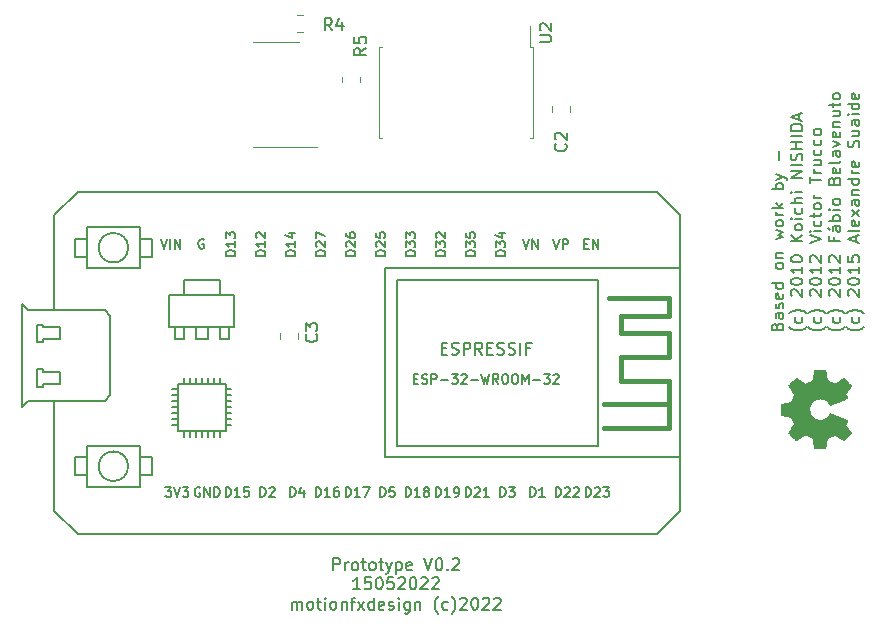
<source format=gbr>
%TF.GenerationSoftware,KiCad,Pcbnew,(6.0.1)*%
%TF.CreationDate,2022-05-14T12:38:18+08:00*%
%TF.ProjectId,SDISK2_ESP,53444953-4b32-45f4-9553-502e6b696361,rev?*%
%TF.SameCoordinates,Original*%
%TF.FileFunction,Legend,Top*%
%TF.FilePolarity,Positive*%
%FSLAX46Y46*%
G04 Gerber Fmt 4.6, Leading zero omitted, Abs format (unit mm)*
G04 Created by KiCad (PCBNEW (6.0.1)) date 2022-05-14 12:38:18*
%MOMM*%
%LPD*%
G01*
G04 APERTURE LIST*
%ADD10C,0.150000*%
%ADD11C,0.120000*%
%ADD12C,0.010000*%
%ADD13C,0.127000*%
%ADD14C,0.406400*%
G04 APERTURE END LIST*
D10*
X114380476Y-131262380D02*
X114380476Y-130595714D01*
X114380476Y-130690952D02*
X114428095Y-130643333D01*
X114523333Y-130595714D01*
X114666190Y-130595714D01*
X114761428Y-130643333D01*
X114809047Y-130738571D01*
X114809047Y-131262380D01*
X114809047Y-130738571D02*
X114856666Y-130643333D01*
X114951904Y-130595714D01*
X115094761Y-130595714D01*
X115190000Y-130643333D01*
X115237619Y-130738571D01*
X115237619Y-131262380D01*
X115856666Y-131262380D02*
X115761428Y-131214761D01*
X115713809Y-131167142D01*
X115666190Y-131071904D01*
X115666190Y-130786190D01*
X115713809Y-130690952D01*
X115761428Y-130643333D01*
X115856666Y-130595714D01*
X115999523Y-130595714D01*
X116094761Y-130643333D01*
X116142380Y-130690952D01*
X116190000Y-130786190D01*
X116190000Y-131071904D01*
X116142380Y-131167142D01*
X116094761Y-131214761D01*
X115999523Y-131262380D01*
X115856666Y-131262380D01*
X116475714Y-130595714D02*
X116856666Y-130595714D01*
X116618571Y-130262380D02*
X116618571Y-131119523D01*
X116666190Y-131214761D01*
X116761428Y-131262380D01*
X116856666Y-131262380D01*
X117190000Y-131262380D02*
X117190000Y-130595714D01*
X117190000Y-130262380D02*
X117142380Y-130310000D01*
X117190000Y-130357619D01*
X117237619Y-130310000D01*
X117190000Y-130262380D01*
X117190000Y-130357619D01*
X117809047Y-131262380D02*
X117713809Y-131214761D01*
X117666190Y-131167142D01*
X117618571Y-131071904D01*
X117618571Y-130786190D01*
X117666190Y-130690952D01*
X117713809Y-130643333D01*
X117809047Y-130595714D01*
X117951904Y-130595714D01*
X118047142Y-130643333D01*
X118094761Y-130690952D01*
X118142380Y-130786190D01*
X118142380Y-131071904D01*
X118094761Y-131167142D01*
X118047142Y-131214761D01*
X117951904Y-131262380D01*
X117809047Y-131262380D01*
X118570952Y-130595714D02*
X118570952Y-131262380D01*
X118570952Y-130690952D02*
X118618571Y-130643333D01*
X118713809Y-130595714D01*
X118856666Y-130595714D01*
X118951904Y-130643333D01*
X118999523Y-130738571D01*
X118999523Y-131262380D01*
X119332857Y-130595714D02*
X119713809Y-130595714D01*
X119475714Y-131262380D02*
X119475714Y-130405238D01*
X119523333Y-130310000D01*
X119618571Y-130262380D01*
X119713809Y-130262380D01*
X119951904Y-131262380D02*
X120475714Y-130595714D01*
X119951904Y-130595714D02*
X120475714Y-131262380D01*
X121285238Y-131262380D02*
X121285238Y-130262380D01*
X121285238Y-131214761D02*
X121190000Y-131262380D01*
X120999523Y-131262380D01*
X120904285Y-131214761D01*
X120856666Y-131167142D01*
X120809047Y-131071904D01*
X120809047Y-130786190D01*
X120856666Y-130690952D01*
X120904285Y-130643333D01*
X120999523Y-130595714D01*
X121190000Y-130595714D01*
X121285238Y-130643333D01*
X122142380Y-131214761D02*
X122047142Y-131262380D01*
X121856666Y-131262380D01*
X121761428Y-131214761D01*
X121713809Y-131119523D01*
X121713809Y-130738571D01*
X121761428Y-130643333D01*
X121856666Y-130595714D01*
X122047142Y-130595714D01*
X122142380Y-130643333D01*
X122190000Y-130738571D01*
X122190000Y-130833809D01*
X121713809Y-130929047D01*
X122570952Y-131214761D02*
X122666190Y-131262380D01*
X122856666Y-131262380D01*
X122951904Y-131214761D01*
X122999523Y-131119523D01*
X122999523Y-131071904D01*
X122951904Y-130976666D01*
X122856666Y-130929047D01*
X122713809Y-130929047D01*
X122618571Y-130881428D01*
X122570952Y-130786190D01*
X122570952Y-130738571D01*
X122618571Y-130643333D01*
X122713809Y-130595714D01*
X122856666Y-130595714D01*
X122951904Y-130643333D01*
X123428095Y-131262380D02*
X123428095Y-130595714D01*
X123428095Y-130262380D02*
X123380476Y-130310000D01*
X123428095Y-130357619D01*
X123475714Y-130310000D01*
X123428095Y-130262380D01*
X123428095Y-130357619D01*
X124332857Y-130595714D02*
X124332857Y-131405238D01*
X124285238Y-131500476D01*
X124237619Y-131548095D01*
X124142380Y-131595714D01*
X123999523Y-131595714D01*
X123904285Y-131548095D01*
X124332857Y-131214761D02*
X124237619Y-131262380D01*
X124047142Y-131262380D01*
X123951904Y-131214761D01*
X123904285Y-131167142D01*
X123856666Y-131071904D01*
X123856666Y-130786190D01*
X123904285Y-130690952D01*
X123951904Y-130643333D01*
X124047142Y-130595714D01*
X124237619Y-130595714D01*
X124332857Y-130643333D01*
X124809047Y-130595714D02*
X124809047Y-131262380D01*
X124809047Y-130690952D02*
X124856666Y-130643333D01*
X124951904Y-130595714D01*
X125094761Y-130595714D01*
X125190000Y-130643333D01*
X125237619Y-130738571D01*
X125237619Y-131262380D01*
X126761428Y-131643333D02*
X126713809Y-131595714D01*
X126618571Y-131452857D01*
X126570952Y-131357619D01*
X126523333Y-131214761D01*
X126475714Y-130976666D01*
X126475714Y-130786190D01*
X126523333Y-130548095D01*
X126570952Y-130405238D01*
X126618571Y-130310000D01*
X126713809Y-130167142D01*
X126761428Y-130119523D01*
X127570952Y-131214761D02*
X127475714Y-131262380D01*
X127285238Y-131262380D01*
X127190000Y-131214761D01*
X127142380Y-131167142D01*
X127094761Y-131071904D01*
X127094761Y-130786190D01*
X127142380Y-130690952D01*
X127190000Y-130643333D01*
X127285238Y-130595714D01*
X127475714Y-130595714D01*
X127570952Y-130643333D01*
X127904285Y-131643333D02*
X127951904Y-131595714D01*
X128047142Y-131452857D01*
X128094761Y-131357619D01*
X128142380Y-131214761D01*
X128190000Y-130976666D01*
X128190000Y-130786190D01*
X128142380Y-130548095D01*
X128094761Y-130405238D01*
X128047142Y-130310000D01*
X127951904Y-130167142D01*
X127904285Y-130119523D01*
X128618571Y-130357619D02*
X128666190Y-130310000D01*
X128761428Y-130262380D01*
X128999523Y-130262380D01*
X129094761Y-130310000D01*
X129142380Y-130357619D01*
X129190000Y-130452857D01*
X129190000Y-130548095D01*
X129142380Y-130690952D01*
X128570952Y-131262380D01*
X129190000Y-131262380D01*
X129809047Y-130262380D02*
X129904285Y-130262380D01*
X129999523Y-130310000D01*
X130047142Y-130357619D01*
X130094761Y-130452857D01*
X130142380Y-130643333D01*
X130142380Y-130881428D01*
X130094761Y-131071904D01*
X130047142Y-131167142D01*
X129999523Y-131214761D01*
X129904285Y-131262380D01*
X129809047Y-131262380D01*
X129713809Y-131214761D01*
X129666190Y-131167142D01*
X129618571Y-131071904D01*
X129570952Y-130881428D01*
X129570952Y-130643333D01*
X129618571Y-130452857D01*
X129666190Y-130357619D01*
X129713809Y-130310000D01*
X129809047Y-130262380D01*
X130523333Y-130357619D02*
X130570952Y-130310000D01*
X130666190Y-130262380D01*
X130904285Y-130262380D01*
X130999523Y-130310000D01*
X131047142Y-130357619D01*
X131094761Y-130452857D01*
X131094761Y-130548095D01*
X131047142Y-130690952D01*
X130475714Y-131262380D01*
X131094761Y-131262380D01*
X131475714Y-130357619D02*
X131523333Y-130310000D01*
X131618571Y-130262380D01*
X131856666Y-130262380D01*
X131951904Y-130310000D01*
X131999523Y-130357619D01*
X132047142Y-130452857D01*
X132047142Y-130548095D01*
X131999523Y-130690952D01*
X131428095Y-131262380D01*
X132047142Y-131262380D01*
X117880476Y-127917380D02*
X117880476Y-126917380D01*
X118261428Y-126917380D01*
X118356666Y-126965000D01*
X118404285Y-127012619D01*
X118451904Y-127107857D01*
X118451904Y-127250714D01*
X118404285Y-127345952D01*
X118356666Y-127393571D01*
X118261428Y-127441190D01*
X117880476Y-127441190D01*
X118880476Y-127917380D02*
X118880476Y-127250714D01*
X118880476Y-127441190D02*
X118928095Y-127345952D01*
X118975714Y-127298333D01*
X119070952Y-127250714D01*
X119166190Y-127250714D01*
X119642380Y-127917380D02*
X119547142Y-127869761D01*
X119499523Y-127822142D01*
X119451904Y-127726904D01*
X119451904Y-127441190D01*
X119499523Y-127345952D01*
X119547142Y-127298333D01*
X119642380Y-127250714D01*
X119785238Y-127250714D01*
X119880476Y-127298333D01*
X119928095Y-127345952D01*
X119975714Y-127441190D01*
X119975714Y-127726904D01*
X119928095Y-127822142D01*
X119880476Y-127869761D01*
X119785238Y-127917380D01*
X119642380Y-127917380D01*
X120261428Y-127250714D02*
X120642380Y-127250714D01*
X120404285Y-126917380D02*
X120404285Y-127774523D01*
X120451904Y-127869761D01*
X120547142Y-127917380D01*
X120642380Y-127917380D01*
X121118571Y-127917380D02*
X121023333Y-127869761D01*
X120975714Y-127822142D01*
X120928095Y-127726904D01*
X120928095Y-127441190D01*
X120975714Y-127345952D01*
X121023333Y-127298333D01*
X121118571Y-127250714D01*
X121261428Y-127250714D01*
X121356666Y-127298333D01*
X121404285Y-127345952D01*
X121451904Y-127441190D01*
X121451904Y-127726904D01*
X121404285Y-127822142D01*
X121356666Y-127869761D01*
X121261428Y-127917380D01*
X121118571Y-127917380D01*
X121737619Y-127250714D02*
X122118571Y-127250714D01*
X121880476Y-126917380D02*
X121880476Y-127774523D01*
X121928095Y-127869761D01*
X122023333Y-127917380D01*
X122118571Y-127917380D01*
X122356666Y-127250714D02*
X122594761Y-127917380D01*
X122832857Y-127250714D02*
X122594761Y-127917380D01*
X122499523Y-128155476D01*
X122451904Y-128203095D01*
X122356666Y-128250714D01*
X123213809Y-127250714D02*
X123213809Y-128250714D01*
X123213809Y-127298333D02*
X123309047Y-127250714D01*
X123499523Y-127250714D01*
X123594761Y-127298333D01*
X123642380Y-127345952D01*
X123690000Y-127441190D01*
X123690000Y-127726904D01*
X123642380Y-127822142D01*
X123594761Y-127869761D01*
X123499523Y-127917380D01*
X123309047Y-127917380D01*
X123213809Y-127869761D01*
X124499523Y-127869761D02*
X124404285Y-127917380D01*
X124213809Y-127917380D01*
X124118571Y-127869761D01*
X124070952Y-127774523D01*
X124070952Y-127393571D01*
X124118571Y-127298333D01*
X124213809Y-127250714D01*
X124404285Y-127250714D01*
X124499523Y-127298333D01*
X124547142Y-127393571D01*
X124547142Y-127488809D01*
X124070952Y-127584047D01*
X125594761Y-126917380D02*
X125928095Y-127917380D01*
X126261428Y-126917380D01*
X126785238Y-126917380D02*
X126880476Y-126917380D01*
X126975714Y-126965000D01*
X127023333Y-127012619D01*
X127070952Y-127107857D01*
X127118571Y-127298333D01*
X127118571Y-127536428D01*
X127070952Y-127726904D01*
X127023333Y-127822142D01*
X126975714Y-127869761D01*
X126880476Y-127917380D01*
X126785238Y-127917380D01*
X126690000Y-127869761D01*
X126642380Y-127822142D01*
X126594761Y-127726904D01*
X126547142Y-127536428D01*
X126547142Y-127298333D01*
X126594761Y-127107857D01*
X126642380Y-127012619D01*
X126690000Y-126965000D01*
X126785238Y-126917380D01*
X127547142Y-127822142D02*
X127594761Y-127869761D01*
X127547142Y-127917380D01*
X127499523Y-127869761D01*
X127547142Y-127822142D01*
X127547142Y-127917380D01*
X127975714Y-127012619D02*
X128023333Y-126965000D01*
X128118571Y-126917380D01*
X128356666Y-126917380D01*
X128451904Y-126965000D01*
X128499523Y-127012619D01*
X128547142Y-127107857D01*
X128547142Y-127203095D01*
X128499523Y-127345952D01*
X127928095Y-127917380D01*
X128547142Y-127917380D01*
X120142380Y-129527380D02*
X119570952Y-129527380D01*
X119856666Y-129527380D02*
X119856666Y-128527380D01*
X119761428Y-128670238D01*
X119666190Y-128765476D01*
X119570952Y-128813095D01*
X121047142Y-128527380D02*
X120570952Y-128527380D01*
X120523333Y-129003571D01*
X120570952Y-128955952D01*
X120666190Y-128908333D01*
X120904285Y-128908333D01*
X120999523Y-128955952D01*
X121047142Y-129003571D01*
X121094761Y-129098809D01*
X121094761Y-129336904D01*
X121047142Y-129432142D01*
X120999523Y-129479761D01*
X120904285Y-129527380D01*
X120666190Y-129527380D01*
X120570952Y-129479761D01*
X120523333Y-129432142D01*
X121713809Y-128527380D02*
X121809047Y-128527380D01*
X121904285Y-128575000D01*
X121951904Y-128622619D01*
X121999523Y-128717857D01*
X122047142Y-128908333D01*
X122047142Y-129146428D01*
X121999523Y-129336904D01*
X121951904Y-129432142D01*
X121904285Y-129479761D01*
X121809047Y-129527380D01*
X121713809Y-129527380D01*
X121618571Y-129479761D01*
X121570952Y-129432142D01*
X121523333Y-129336904D01*
X121475714Y-129146428D01*
X121475714Y-128908333D01*
X121523333Y-128717857D01*
X121570952Y-128622619D01*
X121618571Y-128575000D01*
X121713809Y-128527380D01*
X122951904Y-128527380D02*
X122475714Y-128527380D01*
X122428095Y-129003571D01*
X122475714Y-128955952D01*
X122570952Y-128908333D01*
X122809047Y-128908333D01*
X122904285Y-128955952D01*
X122951904Y-129003571D01*
X122999523Y-129098809D01*
X122999523Y-129336904D01*
X122951904Y-129432142D01*
X122904285Y-129479761D01*
X122809047Y-129527380D01*
X122570952Y-129527380D01*
X122475714Y-129479761D01*
X122428095Y-129432142D01*
X123380476Y-128622619D02*
X123428095Y-128575000D01*
X123523333Y-128527380D01*
X123761428Y-128527380D01*
X123856666Y-128575000D01*
X123904285Y-128622619D01*
X123951904Y-128717857D01*
X123951904Y-128813095D01*
X123904285Y-128955952D01*
X123332857Y-129527380D01*
X123951904Y-129527380D01*
X124570952Y-128527380D02*
X124666190Y-128527380D01*
X124761428Y-128575000D01*
X124809047Y-128622619D01*
X124856666Y-128717857D01*
X124904285Y-128908333D01*
X124904285Y-129146428D01*
X124856666Y-129336904D01*
X124809047Y-129432142D01*
X124761428Y-129479761D01*
X124666190Y-129527380D01*
X124570952Y-129527380D01*
X124475714Y-129479761D01*
X124428095Y-129432142D01*
X124380476Y-129336904D01*
X124332857Y-129146428D01*
X124332857Y-128908333D01*
X124380476Y-128717857D01*
X124428095Y-128622619D01*
X124475714Y-128575000D01*
X124570952Y-128527380D01*
X125285238Y-128622619D02*
X125332857Y-128575000D01*
X125428095Y-128527380D01*
X125666190Y-128527380D01*
X125761428Y-128575000D01*
X125809047Y-128622619D01*
X125856666Y-128717857D01*
X125856666Y-128813095D01*
X125809047Y-128955952D01*
X125237619Y-129527380D01*
X125856666Y-129527380D01*
X126237619Y-128622619D02*
X126285238Y-128575000D01*
X126380476Y-128527380D01*
X126618571Y-128527380D01*
X126713809Y-128575000D01*
X126761428Y-128622619D01*
X126809047Y-128717857D01*
X126809047Y-128813095D01*
X126761428Y-128955952D01*
X126190000Y-129527380D01*
X126809047Y-129527380D01*
X155458571Y-107281071D02*
X155506190Y-107138214D01*
X155553809Y-107090595D01*
X155649047Y-107042976D01*
X155791904Y-107042976D01*
X155887142Y-107090595D01*
X155934761Y-107138214D01*
X155982380Y-107233452D01*
X155982380Y-107614404D01*
X154982380Y-107614404D01*
X154982380Y-107281071D01*
X155030000Y-107185833D01*
X155077619Y-107138214D01*
X155172857Y-107090595D01*
X155268095Y-107090595D01*
X155363333Y-107138214D01*
X155410952Y-107185833D01*
X155458571Y-107281071D01*
X155458571Y-107614404D01*
X155982380Y-106185833D02*
X155458571Y-106185833D01*
X155363333Y-106233452D01*
X155315714Y-106328690D01*
X155315714Y-106519166D01*
X155363333Y-106614404D01*
X155934761Y-106185833D02*
X155982380Y-106281071D01*
X155982380Y-106519166D01*
X155934761Y-106614404D01*
X155839523Y-106662023D01*
X155744285Y-106662023D01*
X155649047Y-106614404D01*
X155601428Y-106519166D01*
X155601428Y-106281071D01*
X155553809Y-106185833D01*
X155934761Y-105757261D02*
X155982380Y-105662023D01*
X155982380Y-105471547D01*
X155934761Y-105376309D01*
X155839523Y-105328690D01*
X155791904Y-105328690D01*
X155696666Y-105376309D01*
X155649047Y-105471547D01*
X155649047Y-105614404D01*
X155601428Y-105709642D01*
X155506190Y-105757261D01*
X155458571Y-105757261D01*
X155363333Y-105709642D01*
X155315714Y-105614404D01*
X155315714Y-105471547D01*
X155363333Y-105376309D01*
X155934761Y-104519166D02*
X155982380Y-104614404D01*
X155982380Y-104804880D01*
X155934761Y-104900119D01*
X155839523Y-104947738D01*
X155458571Y-104947738D01*
X155363333Y-104900119D01*
X155315714Y-104804880D01*
X155315714Y-104614404D01*
X155363333Y-104519166D01*
X155458571Y-104471547D01*
X155553809Y-104471547D01*
X155649047Y-104947738D01*
X155982380Y-103614404D02*
X154982380Y-103614404D01*
X155934761Y-103614404D02*
X155982380Y-103709642D01*
X155982380Y-103900119D01*
X155934761Y-103995357D01*
X155887142Y-104042976D01*
X155791904Y-104090595D01*
X155506190Y-104090595D01*
X155410952Y-104042976D01*
X155363333Y-103995357D01*
X155315714Y-103900119D01*
X155315714Y-103709642D01*
X155363333Y-103614404D01*
X155982380Y-102233452D02*
X155934761Y-102328690D01*
X155887142Y-102376309D01*
X155791904Y-102423928D01*
X155506190Y-102423928D01*
X155410952Y-102376309D01*
X155363333Y-102328690D01*
X155315714Y-102233452D01*
X155315714Y-102090595D01*
X155363333Y-101995357D01*
X155410952Y-101947738D01*
X155506190Y-101900119D01*
X155791904Y-101900119D01*
X155887142Y-101947738D01*
X155934761Y-101995357D01*
X155982380Y-102090595D01*
X155982380Y-102233452D01*
X155315714Y-101471547D02*
X155982380Y-101471547D01*
X155410952Y-101471547D02*
X155363333Y-101423928D01*
X155315714Y-101328690D01*
X155315714Y-101185833D01*
X155363333Y-101090595D01*
X155458571Y-101042976D01*
X155982380Y-101042976D01*
X155315714Y-99900119D02*
X155982380Y-99709642D01*
X155506190Y-99519166D01*
X155982380Y-99328690D01*
X155315714Y-99138214D01*
X155982380Y-98614404D02*
X155934761Y-98709642D01*
X155887142Y-98757261D01*
X155791904Y-98804880D01*
X155506190Y-98804880D01*
X155410952Y-98757261D01*
X155363333Y-98709642D01*
X155315714Y-98614404D01*
X155315714Y-98471547D01*
X155363333Y-98376309D01*
X155410952Y-98328690D01*
X155506190Y-98281071D01*
X155791904Y-98281071D01*
X155887142Y-98328690D01*
X155934761Y-98376309D01*
X155982380Y-98471547D01*
X155982380Y-98614404D01*
X155982380Y-97852500D02*
X155315714Y-97852500D01*
X155506190Y-97852500D02*
X155410952Y-97804880D01*
X155363333Y-97757261D01*
X155315714Y-97662023D01*
X155315714Y-97566785D01*
X155982380Y-97233452D02*
X154982380Y-97233452D01*
X155601428Y-97138214D02*
X155982380Y-96852500D01*
X155315714Y-96852500D02*
X155696666Y-97233452D01*
X155982380Y-95662023D02*
X154982380Y-95662023D01*
X155363333Y-95662023D02*
X155315714Y-95566785D01*
X155315714Y-95376309D01*
X155363333Y-95281071D01*
X155410952Y-95233452D01*
X155506190Y-95185833D01*
X155791904Y-95185833D01*
X155887142Y-95233452D01*
X155934761Y-95281071D01*
X155982380Y-95376309D01*
X155982380Y-95566785D01*
X155934761Y-95662023D01*
X155315714Y-94852500D02*
X155982380Y-94614404D01*
X155315714Y-94376309D02*
X155982380Y-94614404D01*
X156220476Y-94709642D01*
X156268095Y-94757261D01*
X156315714Y-94852500D01*
X155601428Y-93233452D02*
X155601428Y-92471547D01*
X157973333Y-107328690D02*
X157925714Y-107376309D01*
X157782857Y-107471547D01*
X157687619Y-107519166D01*
X157544761Y-107566785D01*
X157306666Y-107614404D01*
X157116190Y-107614404D01*
X156878095Y-107566785D01*
X156735238Y-107519166D01*
X156640000Y-107471547D01*
X156497142Y-107376309D01*
X156449523Y-107328690D01*
X157544761Y-106519166D02*
X157592380Y-106614404D01*
X157592380Y-106804880D01*
X157544761Y-106900119D01*
X157497142Y-106947738D01*
X157401904Y-106995357D01*
X157116190Y-106995357D01*
X157020952Y-106947738D01*
X156973333Y-106900119D01*
X156925714Y-106804880D01*
X156925714Y-106614404D01*
X156973333Y-106519166D01*
X157973333Y-106185833D02*
X157925714Y-106138214D01*
X157782857Y-106042976D01*
X157687619Y-105995357D01*
X157544761Y-105947738D01*
X157306666Y-105900119D01*
X157116190Y-105900119D01*
X156878095Y-105947738D01*
X156735238Y-105995357D01*
X156640000Y-106042976D01*
X156497142Y-106138214D01*
X156449523Y-106185833D01*
X156687619Y-104709642D02*
X156640000Y-104662023D01*
X156592380Y-104566785D01*
X156592380Y-104328690D01*
X156640000Y-104233452D01*
X156687619Y-104185833D01*
X156782857Y-104138214D01*
X156878095Y-104138214D01*
X157020952Y-104185833D01*
X157592380Y-104757261D01*
X157592380Y-104138214D01*
X156592380Y-103519166D02*
X156592380Y-103423928D01*
X156640000Y-103328690D01*
X156687619Y-103281071D01*
X156782857Y-103233452D01*
X156973333Y-103185833D01*
X157211428Y-103185833D01*
X157401904Y-103233452D01*
X157497142Y-103281071D01*
X157544761Y-103328690D01*
X157592380Y-103423928D01*
X157592380Y-103519166D01*
X157544761Y-103614404D01*
X157497142Y-103662023D01*
X157401904Y-103709642D01*
X157211428Y-103757261D01*
X156973333Y-103757261D01*
X156782857Y-103709642D01*
X156687619Y-103662023D01*
X156640000Y-103614404D01*
X156592380Y-103519166D01*
X157592380Y-102233452D02*
X157592380Y-102804880D01*
X157592380Y-102519166D02*
X156592380Y-102519166D01*
X156735238Y-102614404D01*
X156830476Y-102709642D01*
X156878095Y-102804880D01*
X156592380Y-101614404D02*
X156592380Y-101519166D01*
X156640000Y-101423928D01*
X156687619Y-101376309D01*
X156782857Y-101328690D01*
X156973333Y-101281071D01*
X157211428Y-101281071D01*
X157401904Y-101328690D01*
X157497142Y-101376309D01*
X157544761Y-101423928D01*
X157592380Y-101519166D01*
X157592380Y-101614404D01*
X157544761Y-101709642D01*
X157497142Y-101757261D01*
X157401904Y-101804880D01*
X157211428Y-101852500D01*
X156973333Y-101852500D01*
X156782857Y-101804880D01*
X156687619Y-101757261D01*
X156640000Y-101709642D01*
X156592380Y-101614404D01*
X157592380Y-100090595D02*
X156592380Y-100090595D01*
X157592380Y-99519166D02*
X157020952Y-99947738D01*
X156592380Y-99519166D02*
X157163809Y-100090595D01*
X157592380Y-98947738D02*
X157544761Y-99042976D01*
X157497142Y-99090595D01*
X157401904Y-99138214D01*
X157116190Y-99138214D01*
X157020952Y-99090595D01*
X156973333Y-99042976D01*
X156925714Y-98947738D01*
X156925714Y-98804880D01*
X156973333Y-98709642D01*
X157020952Y-98662023D01*
X157116190Y-98614404D01*
X157401904Y-98614404D01*
X157497142Y-98662023D01*
X157544761Y-98709642D01*
X157592380Y-98804880D01*
X157592380Y-98947738D01*
X157592380Y-98185833D02*
X156925714Y-98185833D01*
X156592380Y-98185833D02*
X156640000Y-98233452D01*
X156687619Y-98185833D01*
X156640000Y-98138214D01*
X156592380Y-98185833D01*
X156687619Y-98185833D01*
X157544761Y-97281071D02*
X157592380Y-97376309D01*
X157592380Y-97566785D01*
X157544761Y-97662023D01*
X157497142Y-97709642D01*
X157401904Y-97757261D01*
X157116190Y-97757261D01*
X157020952Y-97709642D01*
X156973333Y-97662023D01*
X156925714Y-97566785D01*
X156925714Y-97376309D01*
X156973333Y-97281071D01*
X157592380Y-96852500D02*
X156592380Y-96852500D01*
X157592380Y-96423928D02*
X157068571Y-96423928D01*
X156973333Y-96471547D01*
X156925714Y-96566785D01*
X156925714Y-96709642D01*
X156973333Y-96804880D01*
X157020952Y-96852500D01*
X157592380Y-95947738D02*
X156925714Y-95947738D01*
X156592380Y-95947738D02*
X156640000Y-95995357D01*
X156687619Y-95947738D01*
X156640000Y-95900119D01*
X156592380Y-95947738D01*
X156687619Y-95947738D01*
X157592380Y-94709642D02*
X156592380Y-94709642D01*
X157592380Y-94138214D01*
X156592380Y-94138214D01*
X157592380Y-93662023D02*
X156592380Y-93662023D01*
X157544761Y-93233452D02*
X157592380Y-93090595D01*
X157592380Y-92852500D01*
X157544761Y-92757261D01*
X157497142Y-92709642D01*
X157401904Y-92662023D01*
X157306666Y-92662023D01*
X157211428Y-92709642D01*
X157163809Y-92757261D01*
X157116190Y-92852500D01*
X157068571Y-93042976D01*
X157020952Y-93138214D01*
X156973333Y-93185833D01*
X156878095Y-93233452D01*
X156782857Y-93233452D01*
X156687619Y-93185833D01*
X156640000Y-93138214D01*
X156592380Y-93042976D01*
X156592380Y-92804880D01*
X156640000Y-92662023D01*
X157592380Y-92233452D02*
X156592380Y-92233452D01*
X157068571Y-92233452D02*
X157068571Y-91662023D01*
X157592380Y-91662023D02*
X156592380Y-91662023D01*
X157592380Y-91185833D02*
X156592380Y-91185833D01*
X157592380Y-90709642D02*
X156592380Y-90709642D01*
X156592380Y-90471547D01*
X156640000Y-90328690D01*
X156735238Y-90233452D01*
X156830476Y-90185833D01*
X157020952Y-90138214D01*
X157163809Y-90138214D01*
X157354285Y-90185833D01*
X157449523Y-90233452D01*
X157544761Y-90328690D01*
X157592380Y-90471547D01*
X157592380Y-90709642D01*
X157306666Y-89757261D02*
X157306666Y-89281071D01*
X157592380Y-89852500D02*
X156592380Y-89519166D01*
X157592380Y-89185833D01*
X159583333Y-107328690D02*
X159535714Y-107376309D01*
X159392857Y-107471547D01*
X159297619Y-107519166D01*
X159154761Y-107566785D01*
X158916666Y-107614404D01*
X158726190Y-107614404D01*
X158488095Y-107566785D01*
X158345238Y-107519166D01*
X158250000Y-107471547D01*
X158107142Y-107376309D01*
X158059523Y-107328690D01*
X159154761Y-106519166D02*
X159202380Y-106614404D01*
X159202380Y-106804880D01*
X159154761Y-106900119D01*
X159107142Y-106947738D01*
X159011904Y-106995357D01*
X158726190Y-106995357D01*
X158630952Y-106947738D01*
X158583333Y-106900119D01*
X158535714Y-106804880D01*
X158535714Y-106614404D01*
X158583333Y-106519166D01*
X159583333Y-106185833D02*
X159535714Y-106138214D01*
X159392857Y-106042976D01*
X159297619Y-105995357D01*
X159154761Y-105947738D01*
X158916666Y-105900119D01*
X158726190Y-105900119D01*
X158488095Y-105947738D01*
X158345238Y-105995357D01*
X158250000Y-106042976D01*
X158107142Y-106138214D01*
X158059523Y-106185833D01*
X158297619Y-104709642D02*
X158250000Y-104662023D01*
X158202380Y-104566785D01*
X158202380Y-104328690D01*
X158250000Y-104233452D01*
X158297619Y-104185833D01*
X158392857Y-104138214D01*
X158488095Y-104138214D01*
X158630952Y-104185833D01*
X159202380Y-104757261D01*
X159202380Y-104138214D01*
X158202380Y-103519166D02*
X158202380Y-103423928D01*
X158250000Y-103328690D01*
X158297619Y-103281071D01*
X158392857Y-103233452D01*
X158583333Y-103185833D01*
X158821428Y-103185833D01*
X159011904Y-103233452D01*
X159107142Y-103281071D01*
X159154761Y-103328690D01*
X159202380Y-103423928D01*
X159202380Y-103519166D01*
X159154761Y-103614404D01*
X159107142Y-103662023D01*
X159011904Y-103709642D01*
X158821428Y-103757261D01*
X158583333Y-103757261D01*
X158392857Y-103709642D01*
X158297619Y-103662023D01*
X158250000Y-103614404D01*
X158202380Y-103519166D01*
X159202380Y-102233452D02*
X159202380Y-102804880D01*
X159202380Y-102519166D02*
X158202380Y-102519166D01*
X158345238Y-102614404D01*
X158440476Y-102709642D01*
X158488095Y-102804880D01*
X158297619Y-101852500D02*
X158250000Y-101804880D01*
X158202380Y-101709642D01*
X158202380Y-101471547D01*
X158250000Y-101376309D01*
X158297619Y-101328690D01*
X158392857Y-101281071D01*
X158488095Y-101281071D01*
X158630952Y-101328690D01*
X159202380Y-101900119D01*
X159202380Y-101281071D01*
X158202380Y-100233452D02*
X159202380Y-99900119D01*
X158202380Y-99566785D01*
X159202380Y-99233452D02*
X158535714Y-99233452D01*
X158202380Y-99233452D02*
X158250000Y-99281071D01*
X158297619Y-99233452D01*
X158250000Y-99185833D01*
X158202380Y-99233452D01*
X158297619Y-99233452D01*
X159154761Y-98328690D02*
X159202380Y-98423928D01*
X159202380Y-98614404D01*
X159154761Y-98709642D01*
X159107142Y-98757261D01*
X159011904Y-98804880D01*
X158726190Y-98804880D01*
X158630952Y-98757261D01*
X158583333Y-98709642D01*
X158535714Y-98614404D01*
X158535714Y-98423928D01*
X158583333Y-98328690D01*
X158535714Y-98042976D02*
X158535714Y-97662023D01*
X158202380Y-97900119D02*
X159059523Y-97900119D01*
X159154761Y-97852500D01*
X159202380Y-97757261D01*
X159202380Y-97662023D01*
X159202380Y-97185833D02*
X159154761Y-97281071D01*
X159107142Y-97328690D01*
X159011904Y-97376309D01*
X158726190Y-97376309D01*
X158630952Y-97328690D01*
X158583333Y-97281071D01*
X158535714Y-97185833D01*
X158535714Y-97042976D01*
X158583333Y-96947738D01*
X158630952Y-96900119D01*
X158726190Y-96852500D01*
X159011904Y-96852500D01*
X159107142Y-96900119D01*
X159154761Y-96947738D01*
X159202380Y-97042976D01*
X159202380Y-97185833D01*
X159202380Y-96423928D02*
X158535714Y-96423928D01*
X158726190Y-96423928D02*
X158630952Y-96376309D01*
X158583333Y-96328690D01*
X158535714Y-96233452D01*
X158535714Y-96138214D01*
X158202380Y-95185833D02*
X158202380Y-94614404D01*
X159202380Y-94900119D02*
X158202380Y-94900119D01*
X159202380Y-94281071D02*
X158535714Y-94281071D01*
X158726190Y-94281071D02*
X158630952Y-94233452D01*
X158583333Y-94185833D01*
X158535714Y-94090595D01*
X158535714Y-93995357D01*
X158535714Y-93233452D02*
X159202380Y-93233452D01*
X158535714Y-93662023D02*
X159059523Y-93662023D01*
X159154761Y-93614404D01*
X159202380Y-93519166D01*
X159202380Y-93376309D01*
X159154761Y-93281071D01*
X159107142Y-93233452D01*
X159154761Y-92328690D02*
X159202380Y-92423928D01*
X159202380Y-92614404D01*
X159154761Y-92709642D01*
X159107142Y-92757261D01*
X159011904Y-92804880D01*
X158726190Y-92804880D01*
X158630952Y-92757261D01*
X158583333Y-92709642D01*
X158535714Y-92614404D01*
X158535714Y-92423928D01*
X158583333Y-92328690D01*
X159154761Y-91471547D02*
X159202380Y-91566785D01*
X159202380Y-91757261D01*
X159154761Y-91852500D01*
X159107142Y-91900119D01*
X159011904Y-91947738D01*
X158726190Y-91947738D01*
X158630952Y-91900119D01*
X158583333Y-91852500D01*
X158535714Y-91757261D01*
X158535714Y-91566785D01*
X158583333Y-91471547D01*
X159202380Y-90900119D02*
X159154761Y-90995357D01*
X159107142Y-91042976D01*
X159011904Y-91090595D01*
X158726190Y-91090595D01*
X158630952Y-91042976D01*
X158583333Y-90995357D01*
X158535714Y-90900119D01*
X158535714Y-90757261D01*
X158583333Y-90662023D01*
X158630952Y-90614404D01*
X158726190Y-90566785D01*
X159011904Y-90566785D01*
X159107142Y-90614404D01*
X159154761Y-90662023D01*
X159202380Y-90757261D01*
X159202380Y-90900119D01*
X161193333Y-107328690D02*
X161145714Y-107376309D01*
X161002857Y-107471547D01*
X160907619Y-107519166D01*
X160764761Y-107566785D01*
X160526666Y-107614404D01*
X160336190Y-107614404D01*
X160098095Y-107566785D01*
X159955238Y-107519166D01*
X159860000Y-107471547D01*
X159717142Y-107376309D01*
X159669523Y-107328690D01*
X160764761Y-106519166D02*
X160812380Y-106614404D01*
X160812380Y-106804880D01*
X160764761Y-106900119D01*
X160717142Y-106947738D01*
X160621904Y-106995357D01*
X160336190Y-106995357D01*
X160240952Y-106947738D01*
X160193333Y-106900119D01*
X160145714Y-106804880D01*
X160145714Y-106614404D01*
X160193333Y-106519166D01*
X161193333Y-106185833D02*
X161145714Y-106138214D01*
X161002857Y-106042976D01*
X160907619Y-105995357D01*
X160764761Y-105947738D01*
X160526666Y-105900119D01*
X160336190Y-105900119D01*
X160098095Y-105947738D01*
X159955238Y-105995357D01*
X159860000Y-106042976D01*
X159717142Y-106138214D01*
X159669523Y-106185833D01*
X159907619Y-104709642D02*
X159860000Y-104662023D01*
X159812380Y-104566785D01*
X159812380Y-104328690D01*
X159860000Y-104233452D01*
X159907619Y-104185833D01*
X160002857Y-104138214D01*
X160098095Y-104138214D01*
X160240952Y-104185833D01*
X160812380Y-104757261D01*
X160812380Y-104138214D01*
X159812380Y-103519166D02*
X159812380Y-103423928D01*
X159860000Y-103328690D01*
X159907619Y-103281071D01*
X160002857Y-103233452D01*
X160193333Y-103185833D01*
X160431428Y-103185833D01*
X160621904Y-103233452D01*
X160717142Y-103281071D01*
X160764761Y-103328690D01*
X160812380Y-103423928D01*
X160812380Y-103519166D01*
X160764761Y-103614404D01*
X160717142Y-103662023D01*
X160621904Y-103709642D01*
X160431428Y-103757261D01*
X160193333Y-103757261D01*
X160002857Y-103709642D01*
X159907619Y-103662023D01*
X159860000Y-103614404D01*
X159812380Y-103519166D01*
X160812380Y-102233452D02*
X160812380Y-102804880D01*
X160812380Y-102519166D02*
X159812380Y-102519166D01*
X159955238Y-102614404D01*
X160050476Y-102709642D01*
X160098095Y-102804880D01*
X159907619Y-101852500D02*
X159860000Y-101804880D01*
X159812380Y-101709642D01*
X159812380Y-101471547D01*
X159860000Y-101376309D01*
X159907619Y-101328690D01*
X160002857Y-101281071D01*
X160098095Y-101281071D01*
X160240952Y-101328690D01*
X160812380Y-101900119D01*
X160812380Y-101281071D01*
X160288571Y-99757261D02*
X160288571Y-100090595D01*
X160812380Y-100090595D02*
X159812380Y-100090595D01*
X159812380Y-99614404D01*
X160812380Y-98804880D02*
X160288571Y-98804880D01*
X160193333Y-98852500D01*
X160145714Y-98947738D01*
X160145714Y-99138214D01*
X160193333Y-99233452D01*
X160764761Y-98804880D02*
X160812380Y-98900119D01*
X160812380Y-99138214D01*
X160764761Y-99233452D01*
X160669523Y-99281071D01*
X160574285Y-99281071D01*
X160479047Y-99233452D01*
X160431428Y-99138214D01*
X160431428Y-98900119D01*
X160383809Y-98804880D01*
X159764761Y-98947738D02*
X159907619Y-99090595D01*
X160812380Y-98328690D02*
X159812380Y-98328690D01*
X160193333Y-98328690D02*
X160145714Y-98233452D01*
X160145714Y-98042976D01*
X160193333Y-97947738D01*
X160240952Y-97900119D01*
X160336190Y-97852500D01*
X160621904Y-97852500D01*
X160717142Y-97900119D01*
X160764761Y-97947738D01*
X160812380Y-98042976D01*
X160812380Y-98233452D01*
X160764761Y-98328690D01*
X160812380Y-97423928D02*
X160145714Y-97423928D01*
X159812380Y-97423928D02*
X159860000Y-97471547D01*
X159907619Y-97423928D01*
X159860000Y-97376309D01*
X159812380Y-97423928D01*
X159907619Y-97423928D01*
X160812380Y-96804880D02*
X160764761Y-96900119D01*
X160717142Y-96947738D01*
X160621904Y-96995357D01*
X160336190Y-96995357D01*
X160240952Y-96947738D01*
X160193333Y-96900119D01*
X160145714Y-96804880D01*
X160145714Y-96662023D01*
X160193333Y-96566785D01*
X160240952Y-96519166D01*
X160336190Y-96471547D01*
X160621904Y-96471547D01*
X160717142Y-96519166D01*
X160764761Y-96566785D01*
X160812380Y-96662023D01*
X160812380Y-96804880D01*
X160288571Y-94947738D02*
X160336190Y-94804880D01*
X160383809Y-94757261D01*
X160479047Y-94709642D01*
X160621904Y-94709642D01*
X160717142Y-94757261D01*
X160764761Y-94804880D01*
X160812380Y-94900119D01*
X160812380Y-95281071D01*
X159812380Y-95281071D01*
X159812380Y-94947738D01*
X159860000Y-94852500D01*
X159907619Y-94804880D01*
X160002857Y-94757261D01*
X160098095Y-94757261D01*
X160193333Y-94804880D01*
X160240952Y-94852500D01*
X160288571Y-94947738D01*
X160288571Y-95281071D01*
X160764761Y-93900119D02*
X160812380Y-93995357D01*
X160812380Y-94185833D01*
X160764761Y-94281071D01*
X160669523Y-94328690D01*
X160288571Y-94328690D01*
X160193333Y-94281071D01*
X160145714Y-94185833D01*
X160145714Y-93995357D01*
X160193333Y-93900119D01*
X160288571Y-93852500D01*
X160383809Y-93852500D01*
X160479047Y-94328690D01*
X160812380Y-93281071D02*
X160764761Y-93376309D01*
X160669523Y-93423928D01*
X159812380Y-93423928D01*
X160812380Y-92471547D02*
X160288571Y-92471547D01*
X160193333Y-92519166D01*
X160145714Y-92614404D01*
X160145714Y-92804880D01*
X160193333Y-92900119D01*
X160764761Y-92471547D02*
X160812380Y-92566785D01*
X160812380Y-92804880D01*
X160764761Y-92900119D01*
X160669523Y-92947738D01*
X160574285Y-92947738D01*
X160479047Y-92900119D01*
X160431428Y-92804880D01*
X160431428Y-92566785D01*
X160383809Y-92471547D01*
X160145714Y-92090595D02*
X160812380Y-91852500D01*
X160145714Y-91614404D01*
X160764761Y-90852500D02*
X160812380Y-90947738D01*
X160812380Y-91138214D01*
X160764761Y-91233452D01*
X160669523Y-91281071D01*
X160288571Y-91281071D01*
X160193333Y-91233452D01*
X160145714Y-91138214D01*
X160145714Y-90947738D01*
X160193333Y-90852500D01*
X160288571Y-90804880D01*
X160383809Y-90804880D01*
X160479047Y-91281071D01*
X160145714Y-90376309D02*
X160812380Y-90376309D01*
X160240952Y-90376309D02*
X160193333Y-90328690D01*
X160145714Y-90233452D01*
X160145714Y-90090595D01*
X160193333Y-89995357D01*
X160288571Y-89947738D01*
X160812380Y-89947738D01*
X160145714Y-89042976D02*
X160812380Y-89042976D01*
X160145714Y-89471547D02*
X160669523Y-89471547D01*
X160764761Y-89423928D01*
X160812380Y-89328690D01*
X160812380Y-89185833D01*
X160764761Y-89090595D01*
X160717142Y-89042976D01*
X160145714Y-88709642D02*
X160145714Y-88328690D01*
X159812380Y-88566785D02*
X160669523Y-88566785D01*
X160764761Y-88519166D01*
X160812380Y-88423928D01*
X160812380Y-88328690D01*
X160812380Y-87852500D02*
X160764761Y-87947738D01*
X160717142Y-87995357D01*
X160621904Y-88042976D01*
X160336190Y-88042976D01*
X160240952Y-87995357D01*
X160193333Y-87947738D01*
X160145714Y-87852500D01*
X160145714Y-87709642D01*
X160193333Y-87614404D01*
X160240952Y-87566785D01*
X160336190Y-87519166D01*
X160621904Y-87519166D01*
X160717142Y-87566785D01*
X160764761Y-87614404D01*
X160812380Y-87709642D01*
X160812380Y-87852500D01*
X162803333Y-107328690D02*
X162755714Y-107376309D01*
X162612857Y-107471547D01*
X162517619Y-107519166D01*
X162374761Y-107566785D01*
X162136666Y-107614404D01*
X161946190Y-107614404D01*
X161708095Y-107566785D01*
X161565238Y-107519166D01*
X161470000Y-107471547D01*
X161327142Y-107376309D01*
X161279523Y-107328690D01*
X162374761Y-106519166D02*
X162422380Y-106614404D01*
X162422380Y-106804880D01*
X162374761Y-106900119D01*
X162327142Y-106947738D01*
X162231904Y-106995357D01*
X161946190Y-106995357D01*
X161850952Y-106947738D01*
X161803333Y-106900119D01*
X161755714Y-106804880D01*
X161755714Y-106614404D01*
X161803333Y-106519166D01*
X162803333Y-106185833D02*
X162755714Y-106138214D01*
X162612857Y-106042976D01*
X162517619Y-105995357D01*
X162374761Y-105947738D01*
X162136666Y-105900119D01*
X161946190Y-105900119D01*
X161708095Y-105947738D01*
X161565238Y-105995357D01*
X161470000Y-106042976D01*
X161327142Y-106138214D01*
X161279523Y-106185833D01*
X161517619Y-104709642D02*
X161470000Y-104662023D01*
X161422380Y-104566785D01*
X161422380Y-104328690D01*
X161470000Y-104233452D01*
X161517619Y-104185833D01*
X161612857Y-104138214D01*
X161708095Y-104138214D01*
X161850952Y-104185833D01*
X162422380Y-104757261D01*
X162422380Y-104138214D01*
X161422380Y-103519166D02*
X161422380Y-103423928D01*
X161470000Y-103328690D01*
X161517619Y-103281071D01*
X161612857Y-103233452D01*
X161803333Y-103185833D01*
X162041428Y-103185833D01*
X162231904Y-103233452D01*
X162327142Y-103281071D01*
X162374761Y-103328690D01*
X162422380Y-103423928D01*
X162422380Y-103519166D01*
X162374761Y-103614404D01*
X162327142Y-103662023D01*
X162231904Y-103709642D01*
X162041428Y-103757261D01*
X161803333Y-103757261D01*
X161612857Y-103709642D01*
X161517619Y-103662023D01*
X161470000Y-103614404D01*
X161422380Y-103519166D01*
X162422380Y-102233452D02*
X162422380Y-102804880D01*
X162422380Y-102519166D02*
X161422380Y-102519166D01*
X161565238Y-102614404D01*
X161660476Y-102709642D01*
X161708095Y-102804880D01*
X161422380Y-101328690D02*
X161422380Y-101804880D01*
X161898571Y-101852500D01*
X161850952Y-101804880D01*
X161803333Y-101709642D01*
X161803333Y-101471547D01*
X161850952Y-101376309D01*
X161898571Y-101328690D01*
X161993809Y-101281071D01*
X162231904Y-101281071D01*
X162327142Y-101328690D01*
X162374761Y-101376309D01*
X162422380Y-101471547D01*
X162422380Y-101709642D01*
X162374761Y-101804880D01*
X162327142Y-101852500D01*
X162136666Y-100138214D02*
X162136666Y-99662023D01*
X162422380Y-100233452D02*
X161422380Y-99900119D01*
X162422380Y-99566785D01*
X162422380Y-99090595D02*
X162374761Y-99185833D01*
X162279523Y-99233452D01*
X161422380Y-99233452D01*
X162374761Y-98328690D02*
X162422380Y-98423928D01*
X162422380Y-98614404D01*
X162374761Y-98709642D01*
X162279523Y-98757261D01*
X161898571Y-98757261D01*
X161803333Y-98709642D01*
X161755714Y-98614404D01*
X161755714Y-98423928D01*
X161803333Y-98328690D01*
X161898571Y-98281071D01*
X161993809Y-98281071D01*
X162089047Y-98757261D01*
X162422380Y-97947738D02*
X161755714Y-97423928D01*
X161755714Y-97947738D02*
X162422380Y-97423928D01*
X162422380Y-96614404D02*
X161898571Y-96614404D01*
X161803333Y-96662023D01*
X161755714Y-96757261D01*
X161755714Y-96947738D01*
X161803333Y-97042976D01*
X162374761Y-96614404D02*
X162422380Y-96709642D01*
X162422380Y-96947738D01*
X162374761Y-97042976D01*
X162279523Y-97090595D01*
X162184285Y-97090595D01*
X162089047Y-97042976D01*
X162041428Y-96947738D01*
X162041428Y-96709642D01*
X161993809Y-96614404D01*
X161755714Y-96138214D02*
X162422380Y-96138214D01*
X161850952Y-96138214D02*
X161803333Y-96090595D01*
X161755714Y-95995357D01*
X161755714Y-95852500D01*
X161803333Y-95757261D01*
X161898571Y-95709642D01*
X162422380Y-95709642D01*
X162422380Y-94804880D02*
X161422380Y-94804880D01*
X162374761Y-94804880D02*
X162422380Y-94900119D01*
X162422380Y-95090595D01*
X162374761Y-95185833D01*
X162327142Y-95233452D01*
X162231904Y-95281071D01*
X161946190Y-95281071D01*
X161850952Y-95233452D01*
X161803333Y-95185833D01*
X161755714Y-95090595D01*
X161755714Y-94900119D01*
X161803333Y-94804880D01*
X162422380Y-94328690D02*
X161755714Y-94328690D01*
X161946190Y-94328690D02*
X161850952Y-94281071D01*
X161803333Y-94233452D01*
X161755714Y-94138214D01*
X161755714Y-94042976D01*
X162374761Y-93328690D02*
X162422380Y-93423928D01*
X162422380Y-93614404D01*
X162374761Y-93709642D01*
X162279523Y-93757261D01*
X161898571Y-93757261D01*
X161803333Y-93709642D01*
X161755714Y-93614404D01*
X161755714Y-93423928D01*
X161803333Y-93328690D01*
X161898571Y-93281071D01*
X161993809Y-93281071D01*
X162089047Y-93757261D01*
X162374761Y-92138214D02*
X162422380Y-91995357D01*
X162422380Y-91757261D01*
X162374761Y-91662023D01*
X162327142Y-91614404D01*
X162231904Y-91566785D01*
X162136666Y-91566785D01*
X162041428Y-91614404D01*
X161993809Y-91662023D01*
X161946190Y-91757261D01*
X161898571Y-91947738D01*
X161850952Y-92042976D01*
X161803333Y-92090595D01*
X161708095Y-92138214D01*
X161612857Y-92138214D01*
X161517619Y-92090595D01*
X161470000Y-92042976D01*
X161422380Y-91947738D01*
X161422380Y-91709642D01*
X161470000Y-91566785D01*
X161755714Y-90709642D02*
X162422380Y-90709642D01*
X161755714Y-91138214D02*
X162279523Y-91138214D01*
X162374761Y-91090595D01*
X162422380Y-90995357D01*
X162422380Y-90852500D01*
X162374761Y-90757261D01*
X162327142Y-90709642D01*
X162422380Y-89804880D02*
X161898571Y-89804880D01*
X161803333Y-89852500D01*
X161755714Y-89947738D01*
X161755714Y-90138214D01*
X161803333Y-90233452D01*
X162374761Y-89804880D02*
X162422380Y-89900119D01*
X162422380Y-90138214D01*
X162374761Y-90233452D01*
X162279523Y-90281071D01*
X162184285Y-90281071D01*
X162089047Y-90233452D01*
X162041428Y-90138214D01*
X162041428Y-89900119D01*
X161993809Y-89804880D01*
X162422380Y-89328690D02*
X161755714Y-89328690D01*
X161422380Y-89328690D02*
X161470000Y-89376309D01*
X161517619Y-89328690D01*
X161470000Y-89281071D01*
X161422380Y-89328690D01*
X161517619Y-89328690D01*
X162422380Y-88423928D02*
X161422380Y-88423928D01*
X162374761Y-88423928D02*
X162422380Y-88519166D01*
X162422380Y-88709642D01*
X162374761Y-88804880D01*
X162327142Y-88852500D01*
X162231904Y-88900119D01*
X161946190Y-88900119D01*
X161850952Y-88852500D01*
X161803333Y-88804880D01*
X161755714Y-88709642D01*
X161755714Y-88519166D01*
X161803333Y-88423928D01*
X162374761Y-87566785D02*
X162422380Y-87662023D01*
X162422380Y-87852500D01*
X162374761Y-87947738D01*
X162279523Y-87995357D01*
X161898571Y-87995357D01*
X161803333Y-87947738D01*
X161755714Y-87852500D01*
X161755714Y-87662023D01*
X161803333Y-87566785D01*
X161898571Y-87519166D01*
X161993809Y-87519166D01*
X162089047Y-87995357D01*
%TO.C,U2*%
X135342380Y-83196904D02*
X136151904Y-83196904D01*
X136247142Y-83149285D01*
X136294761Y-83101666D01*
X136342380Y-83006428D01*
X136342380Y-82815952D01*
X136294761Y-82720714D01*
X136247142Y-82673095D01*
X136151904Y-82625476D01*
X135342380Y-82625476D01*
X135437619Y-82196904D02*
X135390000Y-82149285D01*
X135342380Y-82054047D01*
X135342380Y-81815952D01*
X135390000Y-81720714D01*
X135437619Y-81673095D01*
X135532857Y-81625476D01*
X135628095Y-81625476D01*
X135770952Y-81673095D01*
X136342380Y-82244523D01*
X136342380Y-81625476D01*
%TO.C,C3*%
X116433757Y-107967195D02*
X116481376Y-108014814D01*
X116528995Y-108157671D01*
X116528995Y-108252909D01*
X116481376Y-108395767D01*
X116386138Y-108491005D01*
X116290900Y-108538624D01*
X116100424Y-108586243D01*
X115957567Y-108586243D01*
X115767091Y-108538624D01*
X115671853Y-108491005D01*
X115576615Y-108395767D01*
X115528995Y-108252909D01*
X115528995Y-108157671D01*
X115576615Y-108014814D01*
X115624234Y-107967195D01*
X115528995Y-107633862D02*
X115528995Y-107014814D01*
X115909948Y-107348148D01*
X115909948Y-107205290D01*
X115957567Y-107110052D01*
X116005186Y-107062433D01*
X116100424Y-107014814D01*
X116338519Y-107014814D01*
X116433757Y-107062433D01*
X116481376Y-107110052D01*
X116528995Y-107205290D01*
X116528995Y-107491005D01*
X116481376Y-107586243D01*
X116433757Y-107633862D01*
%TO.C,R4*%
X117743960Y-82208878D02*
X117410627Y-81732688D01*
X117172531Y-82208878D02*
X117172531Y-81208878D01*
X117553484Y-81208878D01*
X117648722Y-81256498D01*
X117696341Y-81304117D01*
X117743960Y-81399355D01*
X117743960Y-81542212D01*
X117696341Y-81637450D01*
X117648722Y-81685069D01*
X117553484Y-81732688D01*
X117172531Y-81732688D01*
X118601103Y-81542212D02*
X118601103Y-82208878D01*
X118363007Y-81161259D02*
X118124912Y-81875545D01*
X118743960Y-81875545D01*
%TO.C,BOARD1*%
X136493333Y-99891904D02*
X136760000Y-100691904D01*
X137026666Y-99891904D01*
X137293333Y-100691904D02*
X137293333Y-99891904D01*
X137598095Y-99891904D01*
X137674285Y-99930000D01*
X137712380Y-99968095D01*
X137750476Y-100044285D01*
X137750476Y-100158571D01*
X137712380Y-100234761D01*
X137674285Y-100272857D01*
X137598095Y-100310952D01*
X137293333Y-100310952D01*
X124821904Y-101301428D02*
X124021904Y-101301428D01*
X124021904Y-101110952D01*
X124060000Y-100996666D01*
X124136190Y-100920476D01*
X124212380Y-100882380D01*
X124364761Y-100844285D01*
X124479047Y-100844285D01*
X124631428Y-100882380D01*
X124707619Y-100920476D01*
X124783809Y-100996666D01*
X124821904Y-101110952D01*
X124821904Y-101301428D01*
X124021904Y-100577619D02*
X124021904Y-100082380D01*
X124326666Y-100349047D01*
X124326666Y-100234761D01*
X124364761Y-100158571D01*
X124402857Y-100120476D01*
X124479047Y-100082380D01*
X124669523Y-100082380D01*
X124745714Y-100120476D01*
X124783809Y-100158571D01*
X124821904Y-100234761D01*
X124821904Y-100463333D01*
X124783809Y-100539523D01*
X124745714Y-100577619D01*
X124021904Y-99815714D02*
X124021904Y-99320476D01*
X124326666Y-99587142D01*
X124326666Y-99472857D01*
X124364761Y-99396666D01*
X124402857Y-99358571D01*
X124479047Y-99320476D01*
X124669523Y-99320476D01*
X124745714Y-99358571D01*
X124783809Y-99396666D01*
X124821904Y-99472857D01*
X124821904Y-99701428D01*
X124783809Y-99777619D01*
X124745714Y-99815714D01*
X111684523Y-121696904D02*
X111684523Y-120896904D01*
X111875000Y-120896904D01*
X111989285Y-120935000D01*
X112065476Y-121011190D01*
X112103571Y-121087380D01*
X112141666Y-121239761D01*
X112141666Y-121354047D01*
X112103571Y-121506428D01*
X112065476Y-121582619D01*
X111989285Y-121658809D01*
X111875000Y-121696904D01*
X111684523Y-121696904D01*
X112446428Y-120973095D02*
X112484523Y-120935000D01*
X112560714Y-120896904D01*
X112751190Y-120896904D01*
X112827380Y-120935000D01*
X112865476Y-120973095D01*
X112903571Y-121049285D01*
X112903571Y-121125476D01*
X112865476Y-121239761D01*
X112408333Y-121696904D01*
X112903571Y-121696904D01*
X139243571Y-121696904D02*
X139243571Y-120896904D01*
X139434047Y-120896904D01*
X139548333Y-120935000D01*
X139624523Y-121011190D01*
X139662619Y-121087380D01*
X139700714Y-121239761D01*
X139700714Y-121354047D01*
X139662619Y-121506428D01*
X139624523Y-121582619D01*
X139548333Y-121658809D01*
X139434047Y-121696904D01*
X139243571Y-121696904D01*
X140005476Y-120973095D02*
X140043571Y-120935000D01*
X140119761Y-120896904D01*
X140310238Y-120896904D01*
X140386428Y-120935000D01*
X140424523Y-120973095D01*
X140462619Y-121049285D01*
X140462619Y-121125476D01*
X140424523Y-121239761D01*
X139967380Y-121696904D01*
X140462619Y-121696904D01*
X140729285Y-120896904D02*
X141224523Y-120896904D01*
X140957857Y-121201666D01*
X141072142Y-121201666D01*
X141148333Y-121239761D01*
X141186428Y-121277857D01*
X141224523Y-121354047D01*
X141224523Y-121544523D01*
X141186428Y-121620714D01*
X141148333Y-121658809D01*
X141072142Y-121696904D01*
X140843571Y-121696904D01*
X140767380Y-121658809D01*
X140729285Y-121620714D01*
X118923571Y-121696904D02*
X118923571Y-120896904D01*
X119114047Y-120896904D01*
X119228333Y-120935000D01*
X119304523Y-121011190D01*
X119342619Y-121087380D01*
X119380714Y-121239761D01*
X119380714Y-121354047D01*
X119342619Y-121506428D01*
X119304523Y-121582619D01*
X119228333Y-121658809D01*
X119114047Y-121696904D01*
X118923571Y-121696904D01*
X120142619Y-121696904D02*
X119685476Y-121696904D01*
X119914047Y-121696904D02*
X119914047Y-120896904D01*
X119837857Y-121011190D01*
X119761666Y-121087380D01*
X119685476Y-121125476D01*
X120409285Y-120896904D02*
X120942619Y-120896904D01*
X120599761Y-121696904D01*
X136703571Y-121696904D02*
X136703571Y-120896904D01*
X136894047Y-120896904D01*
X137008333Y-120935000D01*
X137084523Y-121011190D01*
X137122619Y-121087380D01*
X137160714Y-121239761D01*
X137160714Y-121354047D01*
X137122619Y-121506428D01*
X137084523Y-121582619D01*
X137008333Y-121658809D01*
X136894047Y-121696904D01*
X136703571Y-121696904D01*
X137465476Y-120973095D02*
X137503571Y-120935000D01*
X137579761Y-120896904D01*
X137770238Y-120896904D01*
X137846428Y-120935000D01*
X137884523Y-120973095D01*
X137922619Y-121049285D01*
X137922619Y-121125476D01*
X137884523Y-121239761D01*
X137427380Y-121696904D01*
X137922619Y-121696904D01*
X138227380Y-120973095D02*
X138265476Y-120935000D01*
X138341666Y-120896904D01*
X138532142Y-120896904D01*
X138608333Y-120935000D01*
X138646428Y-120973095D01*
X138684523Y-121049285D01*
X138684523Y-121125476D01*
X138646428Y-121239761D01*
X138189285Y-121696904D01*
X138684523Y-121696904D01*
X106889523Y-99930000D02*
X106813333Y-99891904D01*
X106699047Y-99891904D01*
X106584761Y-99930000D01*
X106508571Y-100006190D01*
X106470476Y-100082380D01*
X106432380Y-100234761D01*
X106432380Y-100349047D01*
X106470476Y-100501428D01*
X106508571Y-100577619D01*
X106584761Y-100653809D01*
X106699047Y-100691904D01*
X106775238Y-100691904D01*
X106889523Y-100653809D01*
X106927619Y-100615714D01*
X106927619Y-100349047D01*
X106775238Y-100349047D01*
X127361904Y-101301428D02*
X126561904Y-101301428D01*
X126561904Y-101110952D01*
X126600000Y-100996666D01*
X126676190Y-100920476D01*
X126752380Y-100882380D01*
X126904761Y-100844285D01*
X127019047Y-100844285D01*
X127171428Y-100882380D01*
X127247619Y-100920476D01*
X127323809Y-100996666D01*
X127361904Y-101110952D01*
X127361904Y-101301428D01*
X126561904Y-100577619D02*
X126561904Y-100082380D01*
X126866666Y-100349047D01*
X126866666Y-100234761D01*
X126904761Y-100158571D01*
X126942857Y-100120476D01*
X127019047Y-100082380D01*
X127209523Y-100082380D01*
X127285714Y-100120476D01*
X127323809Y-100158571D01*
X127361904Y-100234761D01*
X127361904Y-100463333D01*
X127323809Y-100539523D01*
X127285714Y-100577619D01*
X126638095Y-99777619D02*
X126600000Y-99739523D01*
X126561904Y-99663333D01*
X126561904Y-99472857D01*
X126600000Y-99396666D01*
X126638095Y-99358571D01*
X126714285Y-99320476D01*
X126790476Y-99320476D01*
X126904761Y-99358571D01*
X127361904Y-99815714D01*
X127361904Y-99320476D01*
X103263809Y-99891904D02*
X103530476Y-100691904D01*
X103797142Y-99891904D01*
X104063809Y-100691904D02*
X104063809Y-99891904D01*
X104444761Y-100691904D02*
X104444761Y-99891904D01*
X104901904Y-100691904D01*
X104901904Y-99891904D01*
X134544523Y-121696904D02*
X134544523Y-120896904D01*
X134735000Y-120896904D01*
X134849285Y-120935000D01*
X134925476Y-121011190D01*
X134963571Y-121087380D01*
X135001666Y-121239761D01*
X135001666Y-121354047D01*
X134963571Y-121506428D01*
X134925476Y-121582619D01*
X134849285Y-121658809D01*
X134735000Y-121696904D01*
X134544523Y-121696904D01*
X135763571Y-121696904D02*
X135306428Y-121696904D01*
X135535000Y-121696904D02*
X135535000Y-120896904D01*
X135458809Y-121011190D01*
X135382619Y-121087380D01*
X135306428Y-121125476D01*
X114224523Y-121696904D02*
X114224523Y-120896904D01*
X114415000Y-120896904D01*
X114529285Y-120935000D01*
X114605476Y-121011190D01*
X114643571Y-121087380D01*
X114681666Y-121239761D01*
X114681666Y-121354047D01*
X114643571Y-121506428D01*
X114605476Y-121582619D01*
X114529285Y-121658809D01*
X114415000Y-121696904D01*
X114224523Y-121696904D01*
X115367380Y-121163571D02*
X115367380Y-121696904D01*
X115176904Y-120858809D02*
X114986428Y-121430238D01*
X115481666Y-121430238D01*
X132004523Y-121696904D02*
X132004523Y-120896904D01*
X132195000Y-120896904D01*
X132309285Y-120935000D01*
X132385476Y-121011190D01*
X132423571Y-121087380D01*
X132461666Y-121239761D01*
X132461666Y-121354047D01*
X132423571Y-121506428D01*
X132385476Y-121582619D01*
X132309285Y-121658809D01*
X132195000Y-121696904D01*
X132004523Y-121696904D01*
X132728333Y-120896904D02*
X133223571Y-120896904D01*
X132956904Y-121201666D01*
X133071190Y-121201666D01*
X133147380Y-121239761D01*
X133185476Y-121277857D01*
X133223571Y-121354047D01*
X133223571Y-121544523D01*
X133185476Y-121620714D01*
X133147380Y-121658809D01*
X133071190Y-121696904D01*
X132842619Y-121696904D01*
X132766428Y-121658809D01*
X132728333Y-121620714D01*
X124695714Y-111702857D02*
X124962380Y-111702857D01*
X125076666Y-112121904D02*
X124695714Y-112121904D01*
X124695714Y-111321904D01*
X125076666Y-111321904D01*
X125381428Y-112083809D02*
X125495714Y-112121904D01*
X125686190Y-112121904D01*
X125762380Y-112083809D01*
X125800476Y-112045714D01*
X125838571Y-111969523D01*
X125838571Y-111893333D01*
X125800476Y-111817142D01*
X125762380Y-111779047D01*
X125686190Y-111740952D01*
X125533809Y-111702857D01*
X125457619Y-111664761D01*
X125419523Y-111626666D01*
X125381428Y-111550476D01*
X125381428Y-111474285D01*
X125419523Y-111398095D01*
X125457619Y-111360000D01*
X125533809Y-111321904D01*
X125724285Y-111321904D01*
X125838571Y-111360000D01*
X126181428Y-112121904D02*
X126181428Y-111321904D01*
X126486190Y-111321904D01*
X126562380Y-111360000D01*
X126600476Y-111398095D01*
X126638571Y-111474285D01*
X126638571Y-111588571D01*
X126600476Y-111664761D01*
X126562380Y-111702857D01*
X126486190Y-111740952D01*
X126181428Y-111740952D01*
X126981428Y-111817142D02*
X127590952Y-111817142D01*
X127895714Y-111321904D02*
X128390952Y-111321904D01*
X128124285Y-111626666D01*
X128238571Y-111626666D01*
X128314761Y-111664761D01*
X128352857Y-111702857D01*
X128390952Y-111779047D01*
X128390952Y-111969523D01*
X128352857Y-112045714D01*
X128314761Y-112083809D01*
X128238571Y-112121904D01*
X128010000Y-112121904D01*
X127933809Y-112083809D01*
X127895714Y-112045714D01*
X128695714Y-111398095D02*
X128733809Y-111360000D01*
X128810000Y-111321904D01*
X129000476Y-111321904D01*
X129076666Y-111360000D01*
X129114761Y-111398095D01*
X129152857Y-111474285D01*
X129152857Y-111550476D01*
X129114761Y-111664761D01*
X128657619Y-112121904D01*
X129152857Y-112121904D01*
X129495714Y-111817142D02*
X130105238Y-111817142D01*
X130410000Y-111321904D02*
X130600476Y-112121904D01*
X130752857Y-111550476D01*
X130905238Y-112121904D01*
X131095714Y-111321904D01*
X131857619Y-112121904D02*
X131590952Y-111740952D01*
X131400476Y-112121904D02*
X131400476Y-111321904D01*
X131705238Y-111321904D01*
X131781428Y-111360000D01*
X131819523Y-111398095D01*
X131857619Y-111474285D01*
X131857619Y-111588571D01*
X131819523Y-111664761D01*
X131781428Y-111702857D01*
X131705238Y-111740952D01*
X131400476Y-111740952D01*
X132352857Y-111321904D02*
X132505238Y-111321904D01*
X132581428Y-111360000D01*
X132657619Y-111436190D01*
X132695714Y-111588571D01*
X132695714Y-111855238D01*
X132657619Y-112007619D01*
X132581428Y-112083809D01*
X132505238Y-112121904D01*
X132352857Y-112121904D01*
X132276666Y-112083809D01*
X132200476Y-112007619D01*
X132162380Y-111855238D01*
X132162380Y-111588571D01*
X132200476Y-111436190D01*
X132276666Y-111360000D01*
X132352857Y-111321904D01*
X133190952Y-111321904D02*
X133343333Y-111321904D01*
X133419523Y-111360000D01*
X133495714Y-111436190D01*
X133533809Y-111588571D01*
X133533809Y-111855238D01*
X133495714Y-112007619D01*
X133419523Y-112083809D01*
X133343333Y-112121904D01*
X133190952Y-112121904D01*
X133114761Y-112083809D01*
X133038571Y-112007619D01*
X133000476Y-111855238D01*
X133000476Y-111588571D01*
X133038571Y-111436190D01*
X133114761Y-111360000D01*
X133190952Y-111321904D01*
X133876666Y-112121904D02*
X133876666Y-111321904D01*
X134143333Y-111893333D01*
X134410000Y-111321904D01*
X134410000Y-112121904D01*
X134790952Y-111817142D02*
X135400476Y-111817142D01*
X135705238Y-111321904D02*
X136200476Y-111321904D01*
X135933809Y-111626666D01*
X136048095Y-111626666D01*
X136124285Y-111664761D01*
X136162380Y-111702857D01*
X136200476Y-111779047D01*
X136200476Y-111969523D01*
X136162380Y-112045714D01*
X136124285Y-112083809D01*
X136048095Y-112121904D01*
X135819523Y-112121904D01*
X135743333Y-112083809D01*
X135705238Y-112045714D01*
X136505238Y-111398095D02*
X136543333Y-111360000D01*
X136619523Y-111321904D01*
X136810000Y-111321904D01*
X136886190Y-111360000D01*
X136924285Y-111398095D01*
X136962380Y-111474285D01*
X136962380Y-111550476D01*
X136924285Y-111664761D01*
X136467142Y-112121904D01*
X136962380Y-112121904D01*
X122281904Y-101301428D02*
X121481904Y-101301428D01*
X121481904Y-101110952D01*
X121520000Y-100996666D01*
X121596190Y-100920476D01*
X121672380Y-100882380D01*
X121824761Y-100844285D01*
X121939047Y-100844285D01*
X122091428Y-100882380D01*
X122167619Y-100920476D01*
X122243809Y-100996666D01*
X122281904Y-101110952D01*
X122281904Y-101301428D01*
X121558095Y-100539523D02*
X121520000Y-100501428D01*
X121481904Y-100425238D01*
X121481904Y-100234761D01*
X121520000Y-100158571D01*
X121558095Y-100120476D01*
X121634285Y-100082380D01*
X121710476Y-100082380D01*
X121824761Y-100120476D01*
X122281904Y-100577619D01*
X122281904Y-100082380D01*
X121481904Y-99358571D02*
X121481904Y-99739523D01*
X121862857Y-99777619D01*
X121824761Y-99739523D01*
X121786666Y-99663333D01*
X121786666Y-99472857D01*
X121824761Y-99396666D01*
X121862857Y-99358571D01*
X121939047Y-99320476D01*
X122129523Y-99320476D01*
X122205714Y-99358571D01*
X122243809Y-99396666D01*
X122281904Y-99472857D01*
X122281904Y-99663333D01*
X122243809Y-99739523D01*
X122205714Y-99777619D01*
X116383571Y-121696904D02*
X116383571Y-120896904D01*
X116574047Y-120896904D01*
X116688333Y-120935000D01*
X116764523Y-121011190D01*
X116802619Y-121087380D01*
X116840714Y-121239761D01*
X116840714Y-121354047D01*
X116802619Y-121506428D01*
X116764523Y-121582619D01*
X116688333Y-121658809D01*
X116574047Y-121696904D01*
X116383571Y-121696904D01*
X117602619Y-121696904D02*
X117145476Y-121696904D01*
X117374047Y-121696904D02*
X117374047Y-120896904D01*
X117297857Y-121011190D01*
X117221666Y-121087380D01*
X117145476Y-121125476D01*
X118288333Y-120896904D02*
X118135952Y-120896904D01*
X118059761Y-120935000D01*
X118021666Y-120973095D01*
X117945476Y-121087380D01*
X117907380Y-121239761D01*
X117907380Y-121544523D01*
X117945476Y-121620714D01*
X117983571Y-121658809D01*
X118059761Y-121696904D01*
X118212142Y-121696904D01*
X118288333Y-121658809D01*
X118326428Y-121620714D01*
X118364523Y-121544523D01*
X118364523Y-121354047D01*
X118326428Y-121277857D01*
X118288333Y-121239761D01*
X118212142Y-121201666D01*
X118059761Y-121201666D01*
X117983571Y-121239761D01*
X117945476Y-121277857D01*
X117907380Y-121354047D01*
X112121904Y-101301428D02*
X111321904Y-101301428D01*
X111321904Y-101110952D01*
X111360000Y-100996666D01*
X111436190Y-100920476D01*
X111512380Y-100882380D01*
X111664761Y-100844285D01*
X111779047Y-100844285D01*
X111931428Y-100882380D01*
X112007619Y-100920476D01*
X112083809Y-100996666D01*
X112121904Y-101110952D01*
X112121904Y-101301428D01*
X112121904Y-100082380D02*
X112121904Y-100539523D01*
X112121904Y-100310952D02*
X111321904Y-100310952D01*
X111436190Y-100387142D01*
X111512380Y-100463333D01*
X111550476Y-100539523D01*
X111398095Y-99777619D02*
X111360000Y-99739523D01*
X111321904Y-99663333D01*
X111321904Y-99472857D01*
X111360000Y-99396666D01*
X111398095Y-99358571D01*
X111474285Y-99320476D01*
X111550476Y-99320476D01*
X111664761Y-99358571D01*
X112121904Y-99815714D01*
X112121904Y-99320476D01*
X109581904Y-101301428D02*
X108781904Y-101301428D01*
X108781904Y-101110952D01*
X108820000Y-100996666D01*
X108896190Y-100920476D01*
X108972380Y-100882380D01*
X109124761Y-100844285D01*
X109239047Y-100844285D01*
X109391428Y-100882380D01*
X109467619Y-100920476D01*
X109543809Y-100996666D01*
X109581904Y-101110952D01*
X109581904Y-101301428D01*
X109581904Y-100082380D02*
X109581904Y-100539523D01*
X109581904Y-100310952D02*
X108781904Y-100310952D01*
X108896190Y-100387142D01*
X108972380Y-100463333D01*
X109010476Y-100539523D01*
X108781904Y-99815714D02*
X108781904Y-99320476D01*
X109086666Y-99587142D01*
X109086666Y-99472857D01*
X109124761Y-99396666D01*
X109162857Y-99358571D01*
X109239047Y-99320476D01*
X109429523Y-99320476D01*
X109505714Y-99358571D01*
X109543809Y-99396666D01*
X109581904Y-99472857D01*
X109581904Y-99701428D01*
X109543809Y-99777619D01*
X109505714Y-99815714D01*
X132441904Y-101301428D02*
X131641904Y-101301428D01*
X131641904Y-101110952D01*
X131680000Y-100996666D01*
X131756190Y-100920476D01*
X131832380Y-100882380D01*
X131984761Y-100844285D01*
X132099047Y-100844285D01*
X132251428Y-100882380D01*
X132327619Y-100920476D01*
X132403809Y-100996666D01*
X132441904Y-101110952D01*
X132441904Y-101301428D01*
X131641904Y-100577619D02*
X131641904Y-100082380D01*
X131946666Y-100349047D01*
X131946666Y-100234761D01*
X131984761Y-100158571D01*
X132022857Y-100120476D01*
X132099047Y-100082380D01*
X132289523Y-100082380D01*
X132365714Y-100120476D01*
X132403809Y-100158571D01*
X132441904Y-100234761D01*
X132441904Y-100463333D01*
X132403809Y-100539523D01*
X132365714Y-100577619D01*
X131908571Y-99396666D02*
X132441904Y-99396666D01*
X131603809Y-99587142D02*
X132175238Y-99777619D01*
X132175238Y-99282380D01*
X114661904Y-101301428D02*
X113861904Y-101301428D01*
X113861904Y-101110952D01*
X113900000Y-100996666D01*
X113976190Y-100920476D01*
X114052380Y-100882380D01*
X114204761Y-100844285D01*
X114319047Y-100844285D01*
X114471428Y-100882380D01*
X114547619Y-100920476D01*
X114623809Y-100996666D01*
X114661904Y-101110952D01*
X114661904Y-101301428D01*
X114661904Y-100082380D02*
X114661904Y-100539523D01*
X114661904Y-100310952D02*
X113861904Y-100310952D01*
X113976190Y-100387142D01*
X114052380Y-100463333D01*
X114090476Y-100539523D01*
X114128571Y-99396666D02*
X114661904Y-99396666D01*
X113823809Y-99587142D02*
X114395238Y-99777619D01*
X114395238Y-99282380D01*
X121844523Y-121696904D02*
X121844523Y-120896904D01*
X122035000Y-120896904D01*
X122149285Y-120935000D01*
X122225476Y-121011190D01*
X122263571Y-121087380D01*
X122301666Y-121239761D01*
X122301666Y-121354047D01*
X122263571Y-121506428D01*
X122225476Y-121582619D01*
X122149285Y-121658809D01*
X122035000Y-121696904D01*
X121844523Y-121696904D01*
X123025476Y-120896904D02*
X122644523Y-120896904D01*
X122606428Y-121277857D01*
X122644523Y-121239761D01*
X122720714Y-121201666D01*
X122911190Y-121201666D01*
X122987380Y-121239761D01*
X123025476Y-121277857D01*
X123063571Y-121354047D01*
X123063571Y-121544523D01*
X123025476Y-121620714D01*
X122987380Y-121658809D01*
X122911190Y-121696904D01*
X122720714Y-121696904D01*
X122644523Y-121658809D01*
X122606428Y-121620714D01*
X106585476Y-120935000D02*
X106509285Y-120896904D01*
X106395000Y-120896904D01*
X106280714Y-120935000D01*
X106204523Y-121011190D01*
X106166428Y-121087380D01*
X106128333Y-121239761D01*
X106128333Y-121354047D01*
X106166428Y-121506428D01*
X106204523Y-121582619D01*
X106280714Y-121658809D01*
X106395000Y-121696904D01*
X106471190Y-121696904D01*
X106585476Y-121658809D01*
X106623571Y-121620714D01*
X106623571Y-121354047D01*
X106471190Y-121354047D01*
X106966428Y-121696904D02*
X106966428Y-120896904D01*
X107423571Y-121696904D01*
X107423571Y-120896904D01*
X107804523Y-121696904D02*
X107804523Y-120896904D01*
X107995000Y-120896904D01*
X108109285Y-120935000D01*
X108185476Y-121011190D01*
X108223571Y-121087380D01*
X108261666Y-121239761D01*
X108261666Y-121354047D01*
X108223571Y-121506428D01*
X108185476Y-121582619D01*
X108109285Y-121658809D01*
X107995000Y-121696904D01*
X107804523Y-121696904D01*
X103664523Y-120896904D02*
X104159761Y-120896904D01*
X103893095Y-121201666D01*
X104007380Y-121201666D01*
X104083571Y-121239761D01*
X104121666Y-121277857D01*
X104159761Y-121354047D01*
X104159761Y-121544523D01*
X104121666Y-121620714D01*
X104083571Y-121658809D01*
X104007380Y-121696904D01*
X103778809Y-121696904D01*
X103702619Y-121658809D01*
X103664523Y-121620714D01*
X104388333Y-120896904D02*
X104655000Y-121696904D01*
X104921666Y-120896904D01*
X105112142Y-120896904D02*
X105607380Y-120896904D01*
X105340714Y-121201666D01*
X105455000Y-121201666D01*
X105531190Y-121239761D01*
X105569285Y-121277857D01*
X105607380Y-121354047D01*
X105607380Y-121544523D01*
X105569285Y-121620714D01*
X105531190Y-121658809D01*
X105455000Y-121696904D01*
X105226428Y-121696904D01*
X105150238Y-121658809D01*
X105112142Y-121620714D01*
X117201904Y-101301428D02*
X116401904Y-101301428D01*
X116401904Y-101110952D01*
X116440000Y-100996666D01*
X116516190Y-100920476D01*
X116592380Y-100882380D01*
X116744761Y-100844285D01*
X116859047Y-100844285D01*
X117011428Y-100882380D01*
X117087619Y-100920476D01*
X117163809Y-100996666D01*
X117201904Y-101110952D01*
X117201904Y-101301428D01*
X116478095Y-100539523D02*
X116440000Y-100501428D01*
X116401904Y-100425238D01*
X116401904Y-100234761D01*
X116440000Y-100158571D01*
X116478095Y-100120476D01*
X116554285Y-100082380D01*
X116630476Y-100082380D01*
X116744761Y-100120476D01*
X117201904Y-100577619D01*
X117201904Y-100082380D01*
X116401904Y-99815714D02*
X116401904Y-99282380D01*
X117201904Y-99625238D01*
X139109523Y-100272857D02*
X139376190Y-100272857D01*
X139490476Y-100691904D02*
X139109523Y-100691904D01*
X139109523Y-99891904D01*
X139490476Y-99891904D01*
X139833333Y-100691904D02*
X139833333Y-99891904D01*
X140290476Y-100691904D01*
X140290476Y-99891904D01*
X108763571Y-121696904D02*
X108763571Y-120896904D01*
X108954047Y-120896904D01*
X109068333Y-120935000D01*
X109144523Y-121011190D01*
X109182619Y-121087380D01*
X109220714Y-121239761D01*
X109220714Y-121354047D01*
X109182619Y-121506428D01*
X109144523Y-121582619D01*
X109068333Y-121658809D01*
X108954047Y-121696904D01*
X108763571Y-121696904D01*
X109982619Y-121696904D02*
X109525476Y-121696904D01*
X109754047Y-121696904D02*
X109754047Y-120896904D01*
X109677857Y-121011190D01*
X109601666Y-121087380D01*
X109525476Y-121125476D01*
X110706428Y-120896904D02*
X110325476Y-120896904D01*
X110287380Y-121277857D01*
X110325476Y-121239761D01*
X110401666Y-121201666D01*
X110592142Y-121201666D01*
X110668333Y-121239761D01*
X110706428Y-121277857D01*
X110744523Y-121354047D01*
X110744523Y-121544523D01*
X110706428Y-121620714D01*
X110668333Y-121658809D01*
X110592142Y-121696904D01*
X110401666Y-121696904D01*
X110325476Y-121658809D01*
X110287380Y-121620714D01*
X133934285Y-99891904D02*
X134200952Y-100691904D01*
X134467619Y-99891904D01*
X134734285Y-100691904D02*
X134734285Y-99891904D01*
X135191428Y-100691904D01*
X135191428Y-99891904D01*
X124003571Y-121696904D02*
X124003571Y-120896904D01*
X124194047Y-120896904D01*
X124308333Y-120935000D01*
X124384523Y-121011190D01*
X124422619Y-121087380D01*
X124460714Y-121239761D01*
X124460714Y-121354047D01*
X124422619Y-121506428D01*
X124384523Y-121582619D01*
X124308333Y-121658809D01*
X124194047Y-121696904D01*
X124003571Y-121696904D01*
X125222619Y-121696904D02*
X124765476Y-121696904D01*
X124994047Y-121696904D02*
X124994047Y-120896904D01*
X124917857Y-121011190D01*
X124841666Y-121087380D01*
X124765476Y-121125476D01*
X125679761Y-121239761D02*
X125603571Y-121201666D01*
X125565476Y-121163571D01*
X125527380Y-121087380D01*
X125527380Y-121049285D01*
X125565476Y-120973095D01*
X125603571Y-120935000D01*
X125679761Y-120896904D01*
X125832142Y-120896904D01*
X125908333Y-120935000D01*
X125946428Y-120973095D01*
X125984523Y-121049285D01*
X125984523Y-121087380D01*
X125946428Y-121163571D01*
X125908333Y-121201666D01*
X125832142Y-121239761D01*
X125679761Y-121239761D01*
X125603571Y-121277857D01*
X125565476Y-121315952D01*
X125527380Y-121392142D01*
X125527380Y-121544523D01*
X125565476Y-121620714D01*
X125603571Y-121658809D01*
X125679761Y-121696904D01*
X125832142Y-121696904D01*
X125908333Y-121658809D01*
X125946428Y-121620714D01*
X125984523Y-121544523D01*
X125984523Y-121392142D01*
X125946428Y-121315952D01*
X125908333Y-121277857D01*
X125832142Y-121239761D01*
X129901904Y-101301428D02*
X129101904Y-101301428D01*
X129101904Y-101110952D01*
X129140000Y-100996666D01*
X129216190Y-100920476D01*
X129292380Y-100882380D01*
X129444761Y-100844285D01*
X129559047Y-100844285D01*
X129711428Y-100882380D01*
X129787619Y-100920476D01*
X129863809Y-100996666D01*
X129901904Y-101110952D01*
X129901904Y-101301428D01*
X129101904Y-100577619D02*
X129101904Y-100082380D01*
X129406666Y-100349047D01*
X129406666Y-100234761D01*
X129444761Y-100158571D01*
X129482857Y-100120476D01*
X129559047Y-100082380D01*
X129749523Y-100082380D01*
X129825714Y-100120476D01*
X129863809Y-100158571D01*
X129901904Y-100234761D01*
X129901904Y-100463333D01*
X129863809Y-100539523D01*
X129825714Y-100577619D01*
X129101904Y-99358571D02*
X129101904Y-99739523D01*
X129482857Y-99777619D01*
X129444761Y-99739523D01*
X129406666Y-99663333D01*
X129406666Y-99472857D01*
X129444761Y-99396666D01*
X129482857Y-99358571D01*
X129559047Y-99320476D01*
X129749523Y-99320476D01*
X129825714Y-99358571D01*
X129863809Y-99396666D01*
X129901904Y-99472857D01*
X129901904Y-99663333D01*
X129863809Y-99739523D01*
X129825714Y-99777619D01*
X127048095Y-109148571D02*
X127381428Y-109148571D01*
X127524285Y-109672380D02*
X127048095Y-109672380D01*
X127048095Y-108672380D01*
X127524285Y-108672380D01*
X127905238Y-109624761D02*
X128048095Y-109672380D01*
X128286190Y-109672380D01*
X128381428Y-109624761D01*
X128429047Y-109577142D01*
X128476666Y-109481904D01*
X128476666Y-109386666D01*
X128429047Y-109291428D01*
X128381428Y-109243809D01*
X128286190Y-109196190D01*
X128095714Y-109148571D01*
X128000476Y-109100952D01*
X127952857Y-109053333D01*
X127905238Y-108958095D01*
X127905238Y-108862857D01*
X127952857Y-108767619D01*
X128000476Y-108720000D01*
X128095714Y-108672380D01*
X128333809Y-108672380D01*
X128476666Y-108720000D01*
X128905238Y-109672380D02*
X128905238Y-108672380D01*
X129286190Y-108672380D01*
X129381428Y-108720000D01*
X129429047Y-108767619D01*
X129476666Y-108862857D01*
X129476666Y-109005714D01*
X129429047Y-109100952D01*
X129381428Y-109148571D01*
X129286190Y-109196190D01*
X128905238Y-109196190D01*
X130476666Y-109672380D02*
X130143333Y-109196190D01*
X129905238Y-109672380D02*
X129905238Y-108672380D01*
X130286190Y-108672380D01*
X130381428Y-108720000D01*
X130429047Y-108767619D01*
X130476666Y-108862857D01*
X130476666Y-109005714D01*
X130429047Y-109100952D01*
X130381428Y-109148571D01*
X130286190Y-109196190D01*
X129905238Y-109196190D01*
X130905238Y-109148571D02*
X131238571Y-109148571D01*
X131381428Y-109672380D02*
X130905238Y-109672380D01*
X130905238Y-108672380D01*
X131381428Y-108672380D01*
X131762380Y-109624761D02*
X131905238Y-109672380D01*
X132143333Y-109672380D01*
X132238571Y-109624761D01*
X132286190Y-109577142D01*
X132333809Y-109481904D01*
X132333809Y-109386666D01*
X132286190Y-109291428D01*
X132238571Y-109243809D01*
X132143333Y-109196190D01*
X131952857Y-109148571D01*
X131857619Y-109100952D01*
X131810000Y-109053333D01*
X131762380Y-108958095D01*
X131762380Y-108862857D01*
X131810000Y-108767619D01*
X131857619Y-108720000D01*
X131952857Y-108672380D01*
X132190952Y-108672380D01*
X132333809Y-108720000D01*
X132714761Y-109624761D02*
X132857619Y-109672380D01*
X133095714Y-109672380D01*
X133190952Y-109624761D01*
X133238571Y-109577142D01*
X133286190Y-109481904D01*
X133286190Y-109386666D01*
X133238571Y-109291428D01*
X133190952Y-109243809D01*
X133095714Y-109196190D01*
X132905238Y-109148571D01*
X132810000Y-109100952D01*
X132762380Y-109053333D01*
X132714761Y-108958095D01*
X132714761Y-108862857D01*
X132762380Y-108767619D01*
X132810000Y-108720000D01*
X132905238Y-108672380D01*
X133143333Y-108672380D01*
X133286190Y-108720000D01*
X133714761Y-109672380D02*
X133714761Y-108672380D01*
X134524285Y-109148571D02*
X134190952Y-109148571D01*
X134190952Y-109672380D02*
X134190952Y-108672380D01*
X134667142Y-108672380D01*
X126543571Y-121696904D02*
X126543571Y-120896904D01*
X126734047Y-120896904D01*
X126848333Y-120935000D01*
X126924523Y-121011190D01*
X126962619Y-121087380D01*
X127000714Y-121239761D01*
X127000714Y-121354047D01*
X126962619Y-121506428D01*
X126924523Y-121582619D01*
X126848333Y-121658809D01*
X126734047Y-121696904D01*
X126543571Y-121696904D01*
X127762619Y-121696904D02*
X127305476Y-121696904D01*
X127534047Y-121696904D02*
X127534047Y-120896904D01*
X127457857Y-121011190D01*
X127381666Y-121087380D01*
X127305476Y-121125476D01*
X128143571Y-121696904D02*
X128295952Y-121696904D01*
X128372142Y-121658809D01*
X128410238Y-121620714D01*
X128486428Y-121506428D01*
X128524523Y-121354047D01*
X128524523Y-121049285D01*
X128486428Y-120973095D01*
X128448333Y-120935000D01*
X128372142Y-120896904D01*
X128219761Y-120896904D01*
X128143571Y-120935000D01*
X128105476Y-120973095D01*
X128067380Y-121049285D01*
X128067380Y-121239761D01*
X128105476Y-121315952D01*
X128143571Y-121354047D01*
X128219761Y-121392142D01*
X128372142Y-121392142D01*
X128448333Y-121354047D01*
X128486428Y-121315952D01*
X128524523Y-121239761D01*
X129083571Y-121696904D02*
X129083571Y-120896904D01*
X129274047Y-120896904D01*
X129388333Y-120935000D01*
X129464523Y-121011190D01*
X129502619Y-121087380D01*
X129540714Y-121239761D01*
X129540714Y-121354047D01*
X129502619Y-121506428D01*
X129464523Y-121582619D01*
X129388333Y-121658809D01*
X129274047Y-121696904D01*
X129083571Y-121696904D01*
X129845476Y-120973095D02*
X129883571Y-120935000D01*
X129959761Y-120896904D01*
X130150238Y-120896904D01*
X130226428Y-120935000D01*
X130264523Y-120973095D01*
X130302619Y-121049285D01*
X130302619Y-121125476D01*
X130264523Y-121239761D01*
X129807380Y-121696904D01*
X130302619Y-121696904D01*
X131064523Y-121696904D02*
X130607380Y-121696904D01*
X130835952Y-121696904D02*
X130835952Y-120896904D01*
X130759761Y-121011190D01*
X130683571Y-121087380D01*
X130607380Y-121125476D01*
X119741904Y-101301428D02*
X118941904Y-101301428D01*
X118941904Y-101110952D01*
X118980000Y-100996666D01*
X119056190Y-100920476D01*
X119132380Y-100882380D01*
X119284761Y-100844285D01*
X119399047Y-100844285D01*
X119551428Y-100882380D01*
X119627619Y-100920476D01*
X119703809Y-100996666D01*
X119741904Y-101110952D01*
X119741904Y-101301428D01*
X119018095Y-100539523D02*
X118980000Y-100501428D01*
X118941904Y-100425238D01*
X118941904Y-100234761D01*
X118980000Y-100158571D01*
X119018095Y-100120476D01*
X119094285Y-100082380D01*
X119170476Y-100082380D01*
X119284761Y-100120476D01*
X119741904Y-100577619D01*
X119741904Y-100082380D01*
X118941904Y-99396666D02*
X118941904Y-99549047D01*
X118980000Y-99625238D01*
X119018095Y-99663333D01*
X119132380Y-99739523D01*
X119284761Y-99777619D01*
X119589523Y-99777619D01*
X119665714Y-99739523D01*
X119703809Y-99701428D01*
X119741904Y-99625238D01*
X119741904Y-99472857D01*
X119703809Y-99396666D01*
X119665714Y-99358571D01*
X119589523Y-99320476D01*
X119399047Y-99320476D01*
X119322857Y-99358571D01*
X119284761Y-99396666D01*
X119246666Y-99472857D01*
X119246666Y-99625238D01*
X119284761Y-99701428D01*
X119322857Y-99739523D01*
X119399047Y-99777619D01*
%TO.C,R5*%
X120648809Y-83712903D02*
X120172619Y-84046237D01*
X120648809Y-84284332D02*
X119648809Y-84284332D01*
X119648809Y-83903379D01*
X119696429Y-83808141D01*
X119744048Y-83760522D01*
X119839286Y-83712903D01*
X119982143Y-83712903D01*
X120077381Y-83760522D01*
X120125000Y-83808141D01*
X120172619Y-83903379D01*
X120172619Y-84284332D01*
X119648809Y-82808141D02*
X119648809Y-83284332D01*
X120125000Y-83331951D01*
X120077381Y-83284332D01*
X120029762Y-83189094D01*
X120029762Y-82950998D01*
X120077381Y-82855760D01*
X120125000Y-82808141D01*
X120220238Y-82760522D01*
X120458333Y-82760522D01*
X120553571Y-82808141D01*
X120601190Y-82855760D01*
X120648809Y-82950998D01*
X120648809Y-83189094D01*
X120601190Y-83284332D01*
X120553571Y-83331951D01*
%TO.C,C2*%
X137527065Y-91825205D02*
X137574684Y-91872824D01*
X137622303Y-92015681D01*
X137622303Y-92110919D01*
X137574684Y-92253777D01*
X137479446Y-92349015D01*
X137384208Y-92396634D01*
X137193732Y-92444253D01*
X137050875Y-92444253D01*
X136860399Y-92396634D01*
X136765161Y-92349015D01*
X136669923Y-92253777D01*
X136622303Y-92110919D01*
X136622303Y-92015681D01*
X136669923Y-91872824D01*
X136717542Y-91825205D01*
X136717542Y-91444253D02*
X136669923Y-91396634D01*
X136622303Y-91301396D01*
X136622303Y-91063300D01*
X136669923Y-90968062D01*
X136717542Y-90920443D01*
X136812780Y-90872824D01*
X136908018Y-90872824D01*
X137050875Y-90920443D01*
X137622303Y-91491872D01*
X137622303Y-90872824D01*
D11*
%TO.C,U2*%
X134780000Y-83655000D02*
X134545000Y-83655000D01*
X121760000Y-83655000D02*
X121995000Y-83655000D01*
X134545000Y-83655000D02*
X134545000Y-81840000D01*
X121760000Y-87515000D02*
X121760000Y-91375000D01*
X134780000Y-91375000D02*
X134545000Y-91375000D01*
X134780000Y-87515000D02*
X134780000Y-83655000D01*
X121760000Y-91375000D02*
X121995000Y-91375000D01*
X134780000Y-87515000D02*
X134780000Y-91375000D01*
X121760000Y-87515000D02*
X121760000Y-83655000D01*
%TO.C,C3*%
X113394891Y-108328544D02*
X113394891Y-107806040D01*
X114864891Y-108328544D02*
X114864891Y-107806040D01*
%TO.C,R4*%
X114830549Y-82401781D02*
X115284677Y-82401781D01*
X114830549Y-80931781D02*
X115284677Y-80931781D01*
D12*
%TO.C,LOGO1*%
X156218931Y-113744186D02*
X156663555Y-113660365D01*
X156663555Y-113660365D02*
X156791053Y-113351080D01*
X156791053Y-113351080D02*
X156918551Y-113041794D01*
X156918551Y-113041794D02*
X156666246Y-112670754D01*
X156666246Y-112670754D02*
X156595996Y-112566843D01*
X156595996Y-112566843D02*
X156533272Y-112472913D01*
X156533272Y-112472913D02*
X156480938Y-112393348D01*
X156480938Y-112393348D02*
X156441857Y-112332530D01*
X156441857Y-112332530D02*
X156418893Y-112294843D01*
X156418893Y-112294843D02*
X156413942Y-112284579D01*
X156413942Y-112284579D02*
X156426676Y-112266090D01*
X156426676Y-112266090D02*
X156461882Y-112226580D01*
X156461882Y-112226580D02*
X156515062Y-112170478D01*
X156515062Y-112170478D02*
X156581718Y-112102213D01*
X156581718Y-112102213D02*
X156657354Y-112026214D01*
X156657354Y-112026214D02*
X156737472Y-111946908D01*
X156737472Y-111946908D02*
X156817574Y-111868725D01*
X156817574Y-111868725D02*
X156893164Y-111796093D01*
X156893164Y-111796093D02*
X156959745Y-111733441D01*
X156959745Y-111733441D02*
X157012818Y-111685197D01*
X157012818Y-111685197D02*
X157047887Y-111655790D01*
X157047887Y-111655790D02*
X157059623Y-111648759D01*
X157059623Y-111648759D02*
X157081260Y-111658877D01*
X157081260Y-111658877D02*
X157128662Y-111687241D01*
X157128662Y-111687241D02*
X157197193Y-111730871D01*
X157197193Y-111730871D02*
X157282215Y-111786782D01*
X157282215Y-111786782D02*
X157379093Y-111851994D01*
X157379093Y-111851994D02*
X157434350Y-111889781D01*
X157434350Y-111889781D02*
X157535248Y-111958657D01*
X157535248Y-111958657D02*
X157626299Y-112019860D01*
X157626299Y-112019860D02*
X157702970Y-112070422D01*
X157702970Y-112070422D02*
X157760728Y-112107372D01*
X157760728Y-112107372D02*
X157795043Y-112127742D01*
X157795043Y-112127742D02*
X157802254Y-112130803D01*
X157802254Y-112130803D02*
X157822748Y-112123864D01*
X157822748Y-112123864D02*
X157870513Y-112104949D01*
X157870513Y-112104949D02*
X157938832Y-112076913D01*
X157938832Y-112076913D02*
X158020989Y-112042609D01*
X158020989Y-112042609D02*
X158110270Y-112004891D01*
X158110270Y-112004891D02*
X158199958Y-111966613D01*
X158199958Y-111966613D02*
X158283338Y-111930630D01*
X158283338Y-111930630D02*
X158353694Y-111899794D01*
X158353694Y-111899794D02*
X158404310Y-111876961D01*
X158404310Y-111876961D02*
X158428471Y-111864983D01*
X158428471Y-111864983D02*
X158429422Y-111864276D01*
X158429422Y-111864276D02*
X158434036Y-111845469D01*
X158434036Y-111845469D02*
X158444328Y-111795382D01*
X158444328Y-111795382D02*
X158459287Y-111719207D01*
X158459287Y-111719207D02*
X158477901Y-111622135D01*
X158477901Y-111622135D02*
X158499159Y-111509357D01*
X158499159Y-111509357D02*
X158511418Y-111443558D01*
X158511418Y-111443558D02*
X158534362Y-111323050D01*
X158534362Y-111323050D02*
X158556195Y-111214203D01*
X158556195Y-111214203D02*
X158575722Y-111122524D01*
X158575722Y-111122524D02*
X158591748Y-111053519D01*
X158591748Y-111053519D02*
X158603079Y-111012696D01*
X158603079Y-111012696D02*
X158606674Y-111004489D01*
X158606674Y-111004489D02*
X158631006Y-110996452D01*
X158631006Y-110996452D02*
X158685959Y-110989967D01*
X158685959Y-110989967D02*
X158765108Y-110985030D01*
X158765108Y-110985030D02*
X158862026Y-110981636D01*
X158862026Y-110981636D02*
X158970287Y-110979782D01*
X158970287Y-110979782D02*
X159083465Y-110979462D01*
X159083465Y-110979462D02*
X159195135Y-110980673D01*
X159195135Y-110980673D02*
X159298868Y-110983410D01*
X159298868Y-110983410D02*
X159388241Y-110987669D01*
X159388241Y-110987669D02*
X159456826Y-110993445D01*
X159456826Y-110993445D02*
X159498197Y-111000733D01*
X159498197Y-111000733D02*
X159506810Y-111005105D01*
X159506810Y-111005105D02*
X159517133Y-111031236D01*
X159517133Y-111031236D02*
X159531892Y-111086607D01*
X159531892Y-111086607D02*
X159549352Y-111163893D01*
X159549352Y-111163893D02*
X159567780Y-111255770D01*
X159567780Y-111255770D02*
X159573741Y-111287842D01*
X159573741Y-111287842D02*
X159602066Y-111442476D01*
X159602066Y-111442476D02*
X159624876Y-111564625D01*
X159624876Y-111564625D02*
X159643080Y-111658327D01*
X159643080Y-111658327D02*
X159657583Y-111727616D01*
X159657583Y-111727616D02*
X159669292Y-111776529D01*
X159669292Y-111776529D02*
X159679115Y-111809103D01*
X159679115Y-111809103D02*
X159687956Y-111829372D01*
X159687956Y-111829372D02*
X159696724Y-111841374D01*
X159696724Y-111841374D02*
X159698457Y-111843053D01*
X159698457Y-111843053D02*
X159726371Y-111859816D01*
X159726371Y-111859816D02*
X159780695Y-111885386D01*
X159780695Y-111885386D02*
X159854777Y-111917212D01*
X159854777Y-111917212D02*
X159941965Y-111952740D01*
X159941965Y-111952740D02*
X160035608Y-111989417D01*
X160035608Y-111989417D02*
X160129052Y-112024689D01*
X160129052Y-112024689D02*
X160215647Y-112056004D01*
X160215647Y-112056004D02*
X160288740Y-112080807D01*
X160288740Y-112080807D02*
X160341678Y-112096546D01*
X160341678Y-112096546D02*
X160367811Y-112100668D01*
X160367811Y-112100668D02*
X160368726Y-112100324D01*
X160368726Y-112100324D02*
X160390086Y-112086359D01*
X160390086Y-112086359D02*
X160437084Y-112054678D01*
X160437084Y-112054678D02*
X160504827Y-112008609D01*
X160504827Y-112008609D02*
X160588423Y-111951482D01*
X160588423Y-111951482D02*
X160682982Y-111886627D01*
X160682982Y-111886627D02*
X160709854Y-111868157D01*
X160709854Y-111868157D02*
X160807275Y-111802301D01*
X160807275Y-111802301D02*
X160896163Y-111744350D01*
X160896163Y-111744350D02*
X160971412Y-111697462D01*
X160971412Y-111697462D02*
X161027920Y-111664793D01*
X161027920Y-111664793D02*
X161060581Y-111649500D01*
X161060581Y-111649500D02*
X161064593Y-111648759D01*
X161064593Y-111648759D02*
X161085684Y-111661608D01*
X161085684Y-111661608D02*
X161127464Y-111697112D01*
X161127464Y-111697112D02*
X161185445Y-111750707D01*
X161185445Y-111750707D02*
X161255135Y-111817829D01*
X161255135Y-111817829D02*
X161332045Y-111893913D01*
X161332045Y-111893913D02*
X161411683Y-111974396D01*
X161411683Y-111974396D02*
X161489561Y-112054713D01*
X161489561Y-112054713D02*
X161561186Y-112130301D01*
X161561186Y-112130301D02*
X161622070Y-112196595D01*
X161622070Y-112196595D02*
X161667721Y-112249031D01*
X161667721Y-112249031D02*
X161693650Y-112283045D01*
X161693650Y-112283045D02*
X161697883Y-112292455D01*
X161697883Y-112292455D02*
X161687912Y-112314357D01*
X161687912Y-112314357D02*
X161661020Y-112359200D01*
X161661020Y-112359200D02*
X161621736Y-112419679D01*
X161621736Y-112419679D02*
X161590117Y-112466211D01*
X161590117Y-112466211D02*
X161532098Y-112550525D01*
X161532098Y-112550525D02*
X161463784Y-112650374D01*
X161463784Y-112650374D02*
X161395579Y-112750527D01*
X161395579Y-112750527D02*
X161359075Y-112804373D01*
X161359075Y-112804373D02*
X161235800Y-112986629D01*
X161235800Y-112986629D02*
X161318520Y-113139619D01*
X161318520Y-113139619D02*
X161354759Y-113209318D01*
X161354759Y-113209318D02*
X161382926Y-113268586D01*
X161382926Y-113268586D02*
X161398991Y-113308689D01*
X161398991Y-113308689D02*
X161401226Y-113318897D01*
X161401226Y-113318897D02*
X161384722Y-113331171D01*
X161384722Y-113331171D02*
X161338082Y-113355387D01*
X161338082Y-113355387D02*
X161265609Y-113389737D01*
X161265609Y-113389737D02*
X161171606Y-113432412D01*
X161171606Y-113432412D02*
X161060374Y-113481606D01*
X161060374Y-113481606D02*
X160936215Y-113535510D01*
X160936215Y-113535510D02*
X160803432Y-113592316D01*
X160803432Y-113592316D02*
X160666327Y-113650218D01*
X160666327Y-113650218D02*
X160529202Y-113707407D01*
X160529202Y-113707407D02*
X160396358Y-113762076D01*
X160396358Y-113762076D02*
X160272098Y-113812416D01*
X160272098Y-113812416D02*
X160160725Y-113856620D01*
X160160725Y-113856620D02*
X160066539Y-113892881D01*
X160066539Y-113892881D02*
X159993844Y-113919391D01*
X159993844Y-113919391D02*
X159946941Y-113934342D01*
X159946941Y-113934342D02*
X159930833Y-113936746D01*
X159930833Y-113936746D02*
X159910286Y-113917689D01*
X159910286Y-113917689D02*
X159876933Y-113875964D01*
X159876933Y-113875964D02*
X159837702Y-113820294D01*
X159837702Y-113820294D02*
X159834599Y-113815622D01*
X159834599Y-113815622D02*
X159719423Y-113671736D01*
X159719423Y-113671736D02*
X159585053Y-113555717D01*
X159585053Y-113555717D02*
X159435784Y-113468570D01*
X159435784Y-113468570D02*
X159275913Y-113411301D01*
X159275913Y-113411301D02*
X159109737Y-113384914D01*
X159109737Y-113384914D02*
X158941552Y-113390415D01*
X158941552Y-113390415D02*
X158775655Y-113428810D01*
X158775655Y-113428810D02*
X158616342Y-113501105D01*
X158616342Y-113501105D02*
X158581487Y-113522374D01*
X158581487Y-113522374D02*
X158440737Y-113633004D01*
X158440737Y-113633004D02*
X158327714Y-113763698D01*
X158327714Y-113763698D02*
X158243003Y-113909936D01*
X158243003Y-113909936D02*
X158187194Y-114067192D01*
X158187194Y-114067192D02*
X158160874Y-114230943D01*
X158160874Y-114230943D02*
X158164630Y-114396667D01*
X158164630Y-114396667D02*
X158199050Y-114559838D01*
X158199050Y-114559838D02*
X158264723Y-114715935D01*
X158264723Y-114715935D02*
X158362235Y-114860433D01*
X158362235Y-114860433D02*
X158401813Y-114905131D01*
X158401813Y-114905131D02*
X158525703Y-115018888D01*
X158525703Y-115018888D02*
X158656124Y-115101782D01*
X158656124Y-115101782D02*
X158802315Y-115158644D01*
X158802315Y-115158644D02*
X158947088Y-115190313D01*
X158947088Y-115190313D02*
X159109860Y-115198131D01*
X159109860Y-115198131D02*
X159273440Y-115172062D01*
X159273440Y-115172062D02*
X159432298Y-115114755D01*
X159432298Y-115114755D02*
X159580906Y-115028856D01*
X159580906Y-115028856D02*
X159713735Y-114917014D01*
X159713735Y-114917014D02*
X159825256Y-114781877D01*
X159825256Y-114781877D02*
X159837011Y-114764117D01*
X159837011Y-114764117D02*
X159875508Y-114707850D01*
X159875508Y-114707850D02*
X159908863Y-114665077D01*
X159908863Y-114665077D02*
X159930160Y-114644628D01*
X159930160Y-114644628D02*
X159930833Y-114644331D01*
X159930833Y-114644331D02*
X159953871Y-114648721D01*
X159953871Y-114648721D02*
X160006157Y-114666124D01*
X160006157Y-114666124D02*
X160083390Y-114694732D01*
X160083390Y-114694732D02*
X160181268Y-114732735D01*
X160181268Y-114732735D02*
X160295491Y-114778326D01*
X160295491Y-114778326D02*
X160421758Y-114829697D01*
X160421758Y-114829697D02*
X160555767Y-114885038D01*
X160555767Y-114885038D02*
X160693218Y-114942542D01*
X160693218Y-114942542D02*
X160829808Y-115000399D01*
X160829808Y-115000399D02*
X160961237Y-115056802D01*
X160961237Y-115056802D02*
X161083205Y-115109942D01*
X161083205Y-115109942D02*
X161191409Y-115158010D01*
X161191409Y-115158010D02*
X161281549Y-115199199D01*
X161281549Y-115199199D02*
X161349323Y-115231699D01*
X161349323Y-115231699D02*
X161390430Y-115253703D01*
X161390430Y-115253703D02*
X161401226Y-115262564D01*
X161401226Y-115262564D02*
X161392819Y-115289640D01*
X161392819Y-115289640D02*
X161370272Y-115340303D01*
X161370272Y-115340303D02*
X161337613Y-115405817D01*
X161337613Y-115405817D02*
X161318520Y-115441841D01*
X161318520Y-115441841D02*
X161235800Y-115594832D01*
X161235800Y-115594832D02*
X161359075Y-115777088D01*
X161359075Y-115777088D02*
X161422228Y-115870125D01*
X161422228Y-115870125D02*
X161491727Y-115971985D01*
X161491727Y-115971985D02*
X161557165Y-116067438D01*
X161557165Y-116067438D02*
X161590117Y-116115250D01*
X161590117Y-116115250D02*
X161635273Y-116182495D01*
X161635273Y-116182495D02*
X161671057Y-116239436D01*
X161671057Y-116239436D02*
X161692938Y-116278646D01*
X161692938Y-116278646D02*
X161697563Y-116291381D01*
X161697563Y-116291381D02*
X161685085Y-116309917D01*
X161685085Y-116309917D02*
X161650252Y-116350941D01*
X161650252Y-116350941D02*
X161596678Y-116410475D01*
X161596678Y-116410475D02*
X161527983Y-116484542D01*
X161527983Y-116484542D02*
X161447781Y-116569165D01*
X161447781Y-116569165D02*
X161396286Y-116622685D01*
X161396286Y-116622685D02*
X161304286Y-116716319D01*
X161304286Y-116716319D02*
X161221999Y-116797241D01*
X161221999Y-116797241D02*
X161152945Y-116862177D01*
X161152945Y-116862177D02*
X161100644Y-116907858D01*
X161100644Y-116907858D02*
X161068616Y-116931011D01*
X161068616Y-116931011D02*
X161062116Y-116933232D01*
X161062116Y-116933232D02*
X161037394Y-116922924D01*
X161037394Y-116922924D02*
X160987405Y-116894439D01*
X160987405Y-116894439D02*
X160917212Y-116850937D01*
X160917212Y-116850937D02*
X160831875Y-116795577D01*
X160831875Y-116795577D02*
X160736456Y-116731520D01*
X160736456Y-116731520D02*
X160709854Y-116713303D01*
X160709854Y-116713303D02*
X160613167Y-116646927D01*
X160613167Y-116646927D02*
X160526117Y-116587378D01*
X160526117Y-116587378D02*
X160453595Y-116537984D01*
X160453595Y-116537984D02*
X160400493Y-116502075D01*
X160400493Y-116502075D02*
X160371703Y-116482981D01*
X160371703Y-116482981D02*
X160368726Y-116481136D01*
X160368726Y-116481136D02*
X160345782Y-116483895D01*
X160345782Y-116483895D02*
X160295336Y-116498538D01*
X160295336Y-116498538D02*
X160224041Y-116522513D01*
X160224041Y-116522513D02*
X160138547Y-116553266D01*
X160138547Y-116553266D02*
X160045507Y-116588244D01*
X160045507Y-116588244D02*
X159951574Y-116624893D01*
X159951574Y-116624893D02*
X159863399Y-116660661D01*
X159863399Y-116660661D02*
X159787634Y-116692994D01*
X159787634Y-116692994D02*
X159730931Y-116719338D01*
X159730931Y-116719338D02*
X159699943Y-116737142D01*
X159699943Y-116737142D02*
X159698457Y-116738407D01*
X159698457Y-116738407D02*
X159689601Y-116749294D01*
X159689601Y-116749294D02*
X159680843Y-116767682D01*
X159680843Y-116767682D02*
X159671277Y-116797606D01*
X159671277Y-116797606D02*
X159659996Y-116843103D01*
X159659996Y-116843103D02*
X159646093Y-116908209D01*
X159646093Y-116908209D02*
X159628663Y-116996961D01*
X159628663Y-116996961D02*
X159606798Y-117113393D01*
X159606798Y-117113393D02*
X159579591Y-117261542D01*
X159579591Y-117261542D02*
X159573741Y-117293618D01*
X159573741Y-117293618D02*
X159555374Y-117388686D01*
X159555374Y-117388686D02*
X159537405Y-117471565D01*
X159537405Y-117471565D02*
X159521569Y-117534930D01*
X159521569Y-117534930D02*
X159509600Y-117571458D01*
X159509600Y-117571458D02*
X159506810Y-117576356D01*
X159506810Y-117576356D02*
X159482072Y-117584427D01*
X159482072Y-117584427D02*
X159426790Y-117590987D01*
X159426790Y-117590987D02*
X159347389Y-117596033D01*
X159347389Y-117596033D02*
X159250296Y-117599559D01*
X159250296Y-117599559D02*
X159141938Y-117601561D01*
X159141938Y-117601561D02*
X159028740Y-117602036D01*
X159028740Y-117602036D02*
X158917128Y-117600977D01*
X158917128Y-117600977D02*
X158813529Y-117598382D01*
X158813529Y-117598382D02*
X158724368Y-117594246D01*
X158724368Y-117594246D02*
X158656072Y-117588563D01*
X158656072Y-117588563D02*
X158615066Y-117581331D01*
X158615066Y-117581331D02*
X158606674Y-117576971D01*
X158606674Y-117576971D02*
X158598208Y-117552698D01*
X158598208Y-117552698D02*
X158584435Y-117497426D01*
X158584435Y-117497426D02*
X158566550Y-117416662D01*
X158566550Y-117416662D02*
X158545748Y-117315912D01*
X158545748Y-117315912D02*
X158523223Y-117200683D01*
X158523223Y-117200683D02*
X158511418Y-117137902D01*
X158511418Y-117137902D02*
X158489151Y-117018787D01*
X158489151Y-117018787D02*
X158468979Y-116912565D01*
X158468979Y-116912565D02*
X158451915Y-116824427D01*
X158451915Y-116824427D02*
X158438969Y-116759566D01*
X158438969Y-116759566D02*
X158431155Y-116723174D01*
X158431155Y-116723174D02*
X158429422Y-116717184D01*
X158429422Y-116717184D02*
X158409890Y-116707061D01*
X158409890Y-116707061D02*
X158362843Y-116685662D01*
X158362843Y-116685662D02*
X158295003Y-116655839D01*
X158295003Y-116655839D02*
X158213091Y-116620445D01*
X158213091Y-116620445D02*
X158123828Y-116582332D01*
X158123828Y-116582332D02*
X158033935Y-116544353D01*
X158033935Y-116544353D02*
X157950135Y-116509360D01*
X157950135Y-116509360D02*
X157879147Y-116480206D01*
X157879147Y-116480206D02*
X157827694Y-116459743D01*
X157827694Y-116459743D02*
X157802497Y-116450823D01*
X157802497Y-116450823D02*
X157801396Y-116450657D01*
X157801396Y-116450657D02*
X157781519Y-116460769D01*
X157781519Y-116460769D02*
X157735777Y-116489117D01*
X157735777Y-116489117D02*
X157668717Y-116532723D01*
X157668717Y-116532723D02*
X157584884Y-116588606D01*
X157584884Y-116588606D02*
X157488826Y-116653787D01*
X157488826Y-116653787D02*
X157433650Y-116691679D01*
X157433650Y-116691679D02*
X157332481Y-116760725D01*
X157332481Y-116760725D02*
X157240630Y-116822050D01*
X157240630Y-116822050D02*
X157162744Y-116872663D01*
X157162744Y-116872663D02*
X157103469Y-116909571D01*
X157103469Y-116909571D02*
X157067451Y-116929782D01*
X157067451Y-116929782D02*
X157059377Y-116932701D01*
X157059377Y-116932701D02*
X157040584Y-116920153D01*
X157040584Y-116920153D02*
X157000457Y-116885463D01*
X157000457Y-116885463D02*
X156943493Y-116833063D01*
X156943493Y-116833063D02*
X156874185Y-116767384D01*
X156874185Y-116767384D02*
X156797031Y-116692856D01*
X156797031Y-116692856D02*
X156716525Y-116613913D01*
X156716525Y-116613913D02*
X156637163Y-116534983D01*
X156637163Y-116534983D02*
X156563440Y-116460500D01*
X156563440Y-116460500D02*
X156499852Y-116394894D01*
X156499852Y-116394894D02*
X156450894Y-116342596D01*
X156450894Y-116342596D02*
X156421061Y-116308039D01*
X156421061Y-116308039D02*
X156413942Y-116296478D01*
X156413942Y-116296478D02*
X156423953Y-116277654D01*
X156423953Y-116277654D02*
X156452078Y-116232631D01*
X156452078Y-116232631D02*
X156495454Y-116165787D01*
X156495454Y-116165787D02*
X156551218Y-116081499D01*
X156551218Y-116081499D02*
X156616506Y-115984144D01*
X156616506Y-115984144D02*
X156666246Y-115910707D01*
X156666246Y-115910707D02*
X156918551Y-115539667D01*
X156918551Y-115539667D02*
X156663555Y-114921095D01*
X156663555Y-114921095D02*
X156218931Y-114837275D01*
X156218931Y-114837275D02*
X155774307Y-114753454D01*
X155774307Y-114753454D02*
X155774307Y-113828006D01*
X155774307Y-113828006D02*
X156218931Y-113744186D01*
X156218931Y-113744186D02*
X156218931Y-113744186D01*
G36*
X159195135Y-110980673D02*
G01*
X159298868Y-110983410D01*
X159388241Y-110987669D01*
X159456826Y-110993445D01*
X159498197Y-111000733D01*
X159506810Y-111005105D01*
X159517133Y-111031236D01*
X159531892Y-111086607D01*
X159549352Y-111163893D01*
X159567780Y-111255770D01*
X159573741Y-111287842D01*
X159602066Y-111442476D01*
X159624876Y-111564625D01*
X159643080Y-111658327D01*
X159657583Y-111727616D01*
X159669292Y-111776529D01*
X159679115Y-111809103D01*
X159687956Y-111829372D01*
X159696724Y-111841374D01*
X159698457Y-111843053D01*
X159726371Y-111859816D01*
X159780695Y-111885386D01*
X159854777Y-111917212D01*
X159941965Y-111952740D01*
X160035608Y-111989417D01*
X160129052Y-112024689D01*
X160215647Y-112056004D01*
X160288740Y-112080807D01*
X160341678Y-112096546D01*
X160367811Y-112100668D01*
X160368726Y-112100324D01*
X160390086Y-112086359D01*
X160437084Y-112054678D01*
X160504827Y-112008609D01*
X160588423Y-111951482D01*
X160682982Y-111886627D01*
X160709854Y-111868157D01*
X160807275Y-111802301D01*
X160896163Y-111744350D01*
X160971412Y-111697462D01*
X161027920Y-111664793D01*
X161060581Y-111649500D01*
X161064593Y-111648759D01*
X161085684Y-111661608D01*
X161127464Y-111697112D01*
X161185445Y-111750707D01*
X161255135Y-111817829D01*
X161332045Y-111893913D01*
X161411683Y-111974396D01*
X161489561Y-112054713D01*
X161561186Y-112130301D01*
X161622070Y-112196595D01*
X161667721Y-112249031D01*
X161693650Y-112283045D01*
X161697883Y-112292455D01*
X161687912Y-112314357D01*
X161661020Y-112359200D01*
X161621736Y-112419679D01*
X161590117Y-112466211D01*
X161532098Y-112550525D01*
X161463784Y-112650374D01*
X161395579Y-112750527D01*
X161359075Y-112804373D01*
X161235800Y-112986629D01*
X161318520Y-113139619D01*
X161354759Y-113209318D01*
X161382926Y-113268586D01*
X161398991Y-113308689D01*
X161401226Y-113318897D01*
X161384722Y-113331171D01*
X161338082Y-113355387D01*
X161265609Y-113389737D01*
X161171606Y-113432412D01*
X161060374Y-113481606D01*
X160936215Y-113535510D01*
X160803432Y-113592316D01*
X160666327Y-113650218D01*
X160529202Y-113707407D01*
X160396358Y-113762076D01*
X160272098Y-113812416D01*
X160160725Y-113856620D01*
X160066539Y-113892881D01*
X159993844Y-113919391D01*
X159946941Y-113934342D01*
X159930833Y-113936746D01*
X159910286Y-113917689D01*
X159876933Y-113875964D01*
X159837702Y-113820294D01*
X159834599Y-113815622D01*
X159719423Y-113671736D01*
X159585053Y-113555717D01*
X159435784Y-113468570D01*
X159275913Y-113411301D01*
X159109737Y-113384914D01*
X158941552Y-113390415D01*
X158775655Y-113428810D01*
X158616342Y-113501105D01*
X158581487Y-113522374D01*
X158440737Y-113633004D01*
X158327714Y-113763698D01*
X158243003Y-113909936D01*
X158187194Y-114067192D01*
X158160874Y-114230943D01*
X158164630Y-114396667D01*
X158199050Y-114559838D01*
X158264723Y-114715935D01*
X158362235Y-114860433D01*
X158401813Y-114905131D01*
X158525703Y-115018888D01*
X158656124Y-115101782D01*
X158802315Y-115158644D01*
X158947088Y-115190313D01*
X159109860Y-115198131D01*
X159273440Y-115172062D01*
X159432298Y-115114755D01*
X159580906Y-115028856D01*
X159713735Y-114917014D01*
X159825256Y-114781877D01*
X159837011Y-114764117D01*
X159875508Y-114707850D01*
X159908863Y-114665077D01*
X159930160Y-114644628D01*
X159930833Y-114644331D01*
X159953871Y-114648721D01*
X160006157Y-114666124D01*
X160083390Y-114694732D01*
X160181268Y-114732735D01*
X160295491Y-114778326D01*
X160421758Y-114829697D01*
X160555767Y-114885038D01*
X160693218Y-114942542D01*
X160829808Y-115000399D01*
X160961237Y-115056802D01*
X161083205Y-115109942D01*
X161191409Y-115158010D01*
X161281549Y-115199199D01*
X161349323Y-115231699D01*
X161390430Y-115253703D01*
X161401226Y-115262564D01*
X161392819Y-115289640D01*
X161370272Y-115340303D01*
X161337613Y-115405817D01*
X161318520Y-115441841D01*
X161235800Y-115594832D01*
X161359075Y-115777088D01*
X161422228Y-115870125D01*
X161491727Y-115971985D01*
X161557165Y-116067438D01*
X161590117Y-116115250D01*
X161635273Y-116182495D01*
X161671057Y-116239436D01*
X161692938Y-116278646D01*
X161697563Y-116291381D01*
X161685085Y-116309917D01*
X161650252Y-116350941D01*
X161596678Y-116410475D01*
X161527983Y-116484542D01*
X161447781Y-116569165D01*
X161396286Y-116622685D01*
X161304286Y-116716319D01*
X161221999Y-116797241D01*
X161152945Y-116862177D01*
X161100644Y-116907858D01*
X161068616Y-116931011D01*
X161062116Y-116933232D01*
X161037394Y-116922924D01*
X160987405Y-116894439D01*
X160917212Y-116850937D01*
X160831875Y-116795577D01*
X160736456Y-116731520D01*
X160709854Y-116713303D01*
X160613167Y-116646927D01*
X160526117Y-116587378D01*
X160453595Y-116537984D01*
X160400493Y-116502075D01*
X160371703Y-116482981D01*
X160368726Y-116481136D01*
X160345782Y-116483895D01*
X160295336Y-116498538D01*
X160224041Y-116522513D01*
X160138547Y-116553266D01*
X160045507Y-116588244D01*
X159951574Y-116624893D01*
X159863399Y-116660661D01*
X159787634Y-116692994D01*
X159730931Y-116719338D01*
X159699943Y-116737142D01*
X159698457Y-116738407D01*
X159689601Y-116749294D01*
X159680843Y-116767682D01*
X159671277Y-116797606D01*
X159659996Y-116843103D01*
X159646093Y-116908209D01*
X159628663Y-116996961D01*
X159606798Y-117113393D01*
X159579591Y-117261542D01*
X159573741Y-117293618D01*
X159555374Y-117388686D01*
X159537405Y-117471565D01*
X159521569Y-117534930D01*
X159509600Y-117571458D01*
X159506810Y-117576356D01*
X159482072Y-117584427D01*
X159426790Y-117590987D01*
X159347389Y-117596033D01*
X159250296Y-117599559D01*
X159141938Y-117601561D01*
X159028740Y-117602036D01*
X158917128Y-117600977D01*
X158813529Y-117598382D01*
X158724368Y-117594246D01*
X158656072Y-117588563D01*
X158615066Y-117581331D01*
X158606674Y-117576971D01*
X158598208Y-117552698D01*
X158584435Y-117497426D01*
X158566550Y-117416662D01*
X158545748Y-117315912D01*
X158523223Y-117200683D01*
X158511418Y-117137902D01*
X158489151Y-117018787D01*
X158468979Y-116912565D01*
X158451915Y-116824427D01*
X158438969Y-116759566D01*
X158431155Y-116723174D01*
X158429422Y-116717184D01*
X158409890Y-116707061D01*
X158362843Y-116685662D01*
X158295003Y-116655839D01*
X158213091Y-116620445D01*
X158123828Y-116582332D01*
X158033935Y-116544353D01*
X157950135Y-116509360D01*
X157879147Y-116480206D01*
X157827694Y-116459743D01*
X157802497Y-116450823D01*
X157801396Y-116450657D01*
X157781519Y-116460769D01*
X157735777Y-116489117D01*
X157668717Y-116532723D01*
X157584884Y-116588606D01*
X157488826Y-116653787D01*
X157433650Y-116691679D01*
X157332481Y-116760725D01*
X157240630Y-116822050D01*
X157162744Y-116872663D01*
X157103469Y-116909571D01*
X157067451Y-116929782D01*
X157059377Y-116932701D01*
X157040584Y-116920153D01*
X157000457Y-116885463D01*
X156943493Y-116833063D01*
X156874185Y-116767384D01*
X156797031Y-116692856D01*
X156716525Y-116613913D01*
X156637163Y-116534983D01*
X156563440Y-116460500D01*
X156499852Y-116394894D01*
X156450894Y-116342596D01*
X156421061Y-116308039D01*
X156413942Y-116296478D01*
X156423953Y-116277654D01*
X156452078Y-116232631D01*
X156495454Y-116165787D01*
X156551218Y-116081499D01*
X156616506Y-115984144D01*
X156666246Y-115910707D01*
X156918551Y-115539667D01*
X156663555Y-114921095D01*
X156218931Y-114837275D01*
X155774307Y-114753454D01*
X155774307Y-113828006D01*
X156218931Y-113744186D01*
X156663555Y-113660365D01*
X156791053Y-113351080D01*
X156918551Y-113041794D01*
X156666246Y-112670754D01*
X156595996Y-112566843D01*
X156533272Y-112472913D01*
X156480938Y-112393348D01*
X156441857Y-112332530D01*
X156418893Y-112294843D01*
X156413942Y-112284579D01*
X156426676Y-112266090D01*
X156461882Y-112226580D01*
X156515062Y-112170478D01*
X156581718Y-112102213D01*
X156657354Y-112026214D01*
X156737472Y-111946908D01*
X156817574Y-111868725D01*
X156893164Y-111796093D01*
X156959745Y-111733441D01*
X157012818Y-111685197D01*
X157047887Y-111655790D01*
X157059623Y-111648759D01*
X157081260Y-111658877D01*
X157128662Y-111687241D01*
X157197193Y-111730871D01*
X157282215Y-111786782D01*
X157379093Y-111851994D01*
X157434350Y-111889781D01*
X157535248Y-111958657D01*
X157626299Y-112019860D01*
X157702970Y-112070422D01*
X157760728Y-112107372D01*
X157795043Y-112127742D01*
X157802254Y-112130803D01*
X157822748Y-112123864D01*
X157870513Y-112104949D01*
X157938832Y-112076913D01*
X158020989Y-112042609D01*
X158110270Y-112004891D01*
X158199958Y-111966613D01*
X158283338Y-111930630D01*
X158353694Y-111899794D01*
X158404310Y-111876961D01*
X158428471Y-111864983D01*
X158429422Y-111864276D01*
X158434036Y-111845469D01*
X158444328Y-111795382D01*
X158459287Y-111719207D01*
X158477901Y-111622135D01*
X158499159Y-111509357D01*
X158511418Y-111443558D01*
X158534362Y-111323050D01*
X158556195Y-111214203D01*
X158575722Y-111122524D01*
X158591748Y-111053519D01*
X158603079Y-111012696D01*
X158606674Y-111004489D01*
X158631006Y-110996452D01*
X158685959Y-110989967D01*
X158765108Y-110985030D01*
X158862026Y-110981636D01*
X158970287Y-110979782D01*
X159083465Y-110979462D01*
X159195135Y-110980673D01*
G37*
X159195135Y-110980673D02*
X159298868Y-110983410D01*
X159388241Y-110987669D01*
X159456826Y-110993445D01*
X159498197Y-111000733D01*
X159506810Y-111005105D01*
X159517133Y-111031236D01*
X159531892Y-111086607D01*
X159549352Y-111163893D01*
X159567780Y-111255770D01*
X159573741Y-111287842D01*
X159602066Y-111442476D01*
X159624876Y-111564625D01*
X159643080Y-111658327D01*
X159657583Y-111727616D01*
X159669292Y-111776529D01*
X159679115Y-111809103D01*
X159687956Y-111829372D01*
X159696724Y-111841374D01*
X159698457Y-111843053D01*
X159726371Y-111859816D01*
X159780695Y-111885386D01*
X159854777Y-111917212D01*
X159941965Y-111952740D01*
X160035608Y-111989417D01*
X160129052Y-112024689D01*
X160215647Y-112056004D01*
X160288740Y-112080807D01*
X160341678Y-112096546D01*
X160367811Y-112100668D01*
X160368726Y-112100324D01*
X160390086Y-112086359D01*
X160437084Y-112054678D01*
X160504827Y-112008609D01*
X160588423Y-111951482D01*
X160682982Y-111886627D01*
X160709854Y-111868157D01*
X160807275Y-111802301D01*
X160896163Y-111744350D01*
X160971412Y-111697462D01*
X161027920Y-111664793D01*
X161060581Y-111649500D01*
X161064593Y-111648759D01*
X161085684Y-111661608D01*
X161127464Y-111697112D01*
X161185445Y-111750707D01*
X161255135Y-111817829D01*
X161332045Y-111893913D01*
X161411683Y-111974396D01*
X161489561Y-112054713D01*
X161561186Y-112130301D01*
X161622070Y-112196595D01*
X161667721Y-112249031D01*
X161693650Y-112283045D01*
X161697883Y-112292455D01*
X161687912Y-112314357D01*
X161661020Y-112359200D01*
X161621736Y-112419679D01*
X161590117Y-112466211D01*
X161532098Y-112550525D01*
X161463784Y-112650374D01*
X161395579Y-112750527D01*
X161359075Y-112804373D01*
X161235800Y-112986629D01*
X161318520Y-113139619D01*
X161354759Y-113209318D01*
X161382926Y-113268586D01*
X161398991Y-113308689D01*
X161401226Y-113318897D01*
X161384722Y-113331171D01*
X161338082Y-113355387D01*
X161265609Y-113389737D01*
X161171606Y-113432412D01*
X161060374Y-113481606D01*
X160936215Y-113535510D01*
X160803432Y-113592316D01*
X160666327Y-113650218D01*
X160529202Y-113707407D01*
X160396358Y-113762076D01*
X160272098Y-113812416D01*
X160160725Y-113856620D01*
X160066539Y-113892881D01*
X159993844Y-113919391D01*
X159946941Y-113934342D01*
X159930833Y-113936746D01*
X159910286Y-113917689D01*
X159876933Y-113875964D01*
X159837702Y-113820294D01*
X159834599Y-113815622D01*
X159719423Y-113671736D01*
X159585053Y-113555717D01*
X159435784Y-113468570D01*
X159275913Y-113411301D01*
X159109737Y-113384914D01*
X158941552Y-113390415D01*
X158775655Y-113428810D01*
X158616342Y-113501105D01*
X158581487Y-113522374D01*
X158440737Y-113633004D01*
X158327714Y-113763698D01*
X158243003Y-113909936D01*
X158187194Y-114067192D01*
X158160874Y-114230943D01*
X158164630Y-114396667D01*
X158199050Y-114559838D01*
X158264723Y-114715935D01*
X158362235Y-114860433D01*
X158401813Y-114905131D01*
X158525703Y-115018888D01*
X158656124Y-115101782D01*
X158802315Y-115158644D01*
X158947088Y-115190313D01*
X159109860Y-115198131D01*
X159273440Y-115172062D01*
X159432298Y-115114755D01*
X159580906Y-115028856D01*
X159713735Y-114917014D01*
X159825256Y-114781877D01*
X159837011Y-114764117D01*
X159875508Y-114707850D01*
X159908863Y-114665077D01*
X159930160Y-114644628D01*
X159930833Y-114644331D01*
X159953871Y-114648721D01*
X160006157Y-114666124D01*
X160083390Y-114694732D01*
X160181268Y-114732735D01*
X160295491Y-114778326D01*
X160421758Y-114829697D01*
X160555767Y-114885038D01*
X160693218Y-114942542D01*
X160829808Y-115000399D01*
X160961237Y-115056802D01*
X161083205Y-115109942D01*
X161191409Y-115158010D01*
X161281549Y-115199199D01*
X161349323Y-115231699D01*
X161390430Y-115253703D01*
X161401226Y-115262564D01*
X161392819Y-115289640D01*
X161370272Y-115340303D01*
X161337613Y-115405817D01*
X161318520Y-115441841D01*
X161235800Y-115594832D01*
X161359075Y-115777088D01*
X161422228Y-115870125D01*
X161491727Y-115971985D01*
X161557165Y-116067438D01*
X161590117Y-116115250D01*
X161635273Y-116182495D01*
X161671057Y-116239436D01*
X161692938Y-116278646D01*
X161697563Y-116291381D01*
X161685085Y-116309917D01*
X161650252Y-116350941D01*
X161596678Y-116410475D01*
X161527983Y-116484542D01*
X161447781Y-116569165D01*
X161396286Y-116622685D01*
X161304286Y-116716319D01*
X161221999Y-116797241D01*
X161152945Y-116862177D01*
X161100644Y-116907858D01*
X161068616Y-116931011D01*
X161062116Y-116933232D01*
X161037394Y-116922924D01*
X160987405Y-116894439D01*
X160917212Y-116850937D01*
X160831875Y-116795577D01*
X160736456Y-116731520D01*
X160709854Y-116713303D01*
X160613167Y-116646927D01*
X160526117Y-116587378D01*
X160453595Y-116537984D01*
X160400493Y-116502075D01*
X160371703Y-116482981D01*
X160368726Y-116481136D01*
X160345782Y-116483895D01*
X160295336Y-116498538D01*
X160224041Y-116522513D01*
X160138547Y-116553266D01*
X160045507Y-116588244D01*
X159951574Y-116624893D01*
X159863399Y-116660661D01*
X159787634Y-116692994D01*
X159730931Y-116719338D01*
X159699943Y-116737142D01*
X159698457Y-116738407D01*
X159689601Y-116749294D01*
X159680843Y-116767682D01*
X159671277Y-116797606D01*
X159659996Y-116843103D01*
X159646093Y-116908209D01*
X159628663Y-116996961D01*
X159606798Y-117113393D01*
X159579591Y-117261542D01*
X159573741Y-117293618D01*
X159555374Y-117388686D01*
X159537405Y-117471565D01*
X159521569Y-117534930D01*
X159509600Y-117571458D01*
X159506810Y-117576356D01*
X159482072Y-117584427D01*
X159426790Y-117590987D01*
X159347389Y-117596033D01*
X159250296Y-117599559D01*
X159141938Y-117601561D01*
X159028740Y-117602036D01*
X158917128Y-117600977D01*
X158813529Y-117598382D01*
X158724368Y-117594246D01*
X158656072Y-117588563D01*
X158615066Y-117581331D01*
X158606674Y-117576971D01*
X158598208Y-117552698D01*
X158584435Y-117497426D01*
X158566550Y-117416662D01*
X158545748Y-117315912D01*
X158523223Y-117200683D01*
X158511418Y-117137902D01*
X158489151Y-117018787D01*
X158468979Y-116912565D01*
X158451915Y-116824427D01*
X158438969Y-116759566D01*
X158431155Y-116723174D01*
X158429422Y-116717184D01*
X158409890Y-116707061D01*
X158362843Y-116685662D01*
X158295003Y-116655839D01*
X158213091Y-116620445D01*
X158123828Y-116582332D01*
X158033935Y-116544353D01*
X157950135Y-116509360D01*
X157879147Y-116480206D01*
X157827694Y-116459743D01*
X157802497Y-116450823D01*
X157801396Y-116450657D01*
X157781519Y-116460769D01*
X157735777Y-116489117D01*
X157668717Y-116532723D01*
X157584884Y-116588606D01*
X157488826Y-116653787D01*
X157433650Y-116691679D01*
X157332481Y-116760725D01*
X157240630Y-116822050D01*
X157162744Y-116872663D01*
X157103469Y-116909571D01*
X157067451Y-116929782D01*
X157059377Y-116932701D01*
X157040584Y-116920153D01*
X157000457Y-116885463D01*
X156943493Y-116833063D01*
X156874185Y-116767384D01*
X156797031Y-116692856D01*
X156716525Y-116613913D01*
X156637163Y-116534983D01*
X156563440Y-116460500D01*
X156499852Y-116394894D01*
X156450894Y-116342596D01*
X156421061Y-116308039D01*
X156413942Y-116296478D01*
X156423953Y-116277654D01*
X156452078Y-116232631D01*
X156495454Y-116165787D01*
X156551218Y-116081499D01*
X156616506Y-115984144D01*
X156666246Y-115910707D01*
X156918551Y-115539667D01*
X156663555Y-114921095D01*
X156218931Y-114837275D01*
X155774307Y-114753454D01*
X155774307Y-113828006D01*
X156218931Y-113744186D01*
X156663555Y-113660365D01*
X156791053Y-113351080D01*
X156918551Y-113041794D01*
X156666246Y-112670754D01*
X156595996Y-112566843D01*
X156533272Y-112472913D01*
X156480938Y-112393348D01*
X156441857Y-112332530D01*
X156418893Y-112294843D01*
X156413942Y-112284579D01*
X156426676Y-112266090D01*
X156461882Y-112226580D01*
X156515062Y-112170478D01*
X156581718Y-112102213D01*
X156657354Y-112026214D01*
X156737472Y-111946908D01*
X156817574Y-111868725D01*
X156893164Y-111796093D01*
X156959745Y-111733441D01*
X157012818Y-111685197D01*
X157047887Y-111655790D01*
X157059623Y-111648759D01*
X157081260Y-111658877D01*
X157128662Y-111687241D01*
X157197193Y-111730871D01*
X157282215Y-111786782D01*
X157379093Y-111851994D01*
X157434350Y-111889781D01*
X157535248Y-111958657D01*
X157626299Y-112019860D01*
X157702970Y-112070422D01*
X157760728Y-112107372D01*
X157795043Y-112127742D01*
X157802254Y-112130803D01*
X157822748Y-112123864D01*
X157870513Y-112104949D01*
X157938832Y-112076913D01*
X158020989Y-112042609D01*
X158110270Y-112004891D01*
X158199958Y-111966613D01*
X158283338Y-111930630D01*
X158353694Y-111899794D01*
X158404310Y-111876961D01*
X158428471Y-111864983D01*
X158429422Y-111864276D01*
X158434036Y-111845469D01*
X158444328Y-111795382D01*
X158459287Y-111719207D01*
X158477901Y-111622135D01*
X158499159Y-111509357D01*
X158511418Y-111443558D01*
X158534362Y-111323050D01*
X158556195Y-111214203D01*
X158575722Y-111122524D01*
X158591748Y-111053519D01*
X158603079Y-111012696D01*
X158606674Y-111004489D01*
X158631006Y-110996452D01*
X158685959Y-110989967D01*
X158765108Y-110985030D01*
X158862026Y-110981636D01*
X158970287Y-110979782D01*
X159083465Y-110979462D01*
X159195135Y-110980673D01*
D13*
%TO.C,BOARD1*%
X93255000Y-107125000D02*
X93255000Y-107375000D01*
X93255000Y-111125000D02*
X94755000Y-111125000D01*
X104505000Y-107375000D02*
X105255000Y-107375000D01*
D14*
X142255000Y-106375000D02*
X142255000Y-107875000D01*
D13*
X97005000Y-101375000D02*
X97005000Y-102375000D01*
X94255000Y-122875000D02*
X94255000Y-113625000D01*
X101505000Y-98875000D02*
X97005000Y-98875000D01*
X106755000Y-112125000D02*
X107255000Y-112125000D01*
X104755000Y-113125000D02*
X104755000Y-112625000D01*
D14*
X146255000Y-109875000D02*
X142255000Y-109875000D01*
D13*
X123255000Y-117375000D02*
X140255000Y-117375000D01*
X96005000Y-101375000D02*
X97005000Y-101375000D01*
X108755000Y-115125000D02*
X108755000Y-115625000D01*
X109255000Y-113125000D02*
X108755000Y-113125000D01*
X94255000Y-97875000D02*
X96255000Y-95875000D01*
X102505000Y-118375000D02*
X102505000Y-119875000D01*
X99005000Y-113125000D02*
X98505000Y-113625000D01*
X94755000Y-107375000D02*
X94755000Y-108375000D01*
X122255000Y-102375000D02*
X122255000Y-118375000D01*
X108755000Y-112625000D02*
X108755000Y-113125000D01*
X106255000Y-116625000D02*
X106255000Y-116125000D01*
X108755000Y-116125000D02*
X108255000Y-116125000D01*
X105255000Y-112125000D02*
X105755000Y-112125000D01*
X107255000Y-112125000D02*
X107755000Y-112125000D01*
X105255000Y-116125000D02*
X104755000Y-116125000D01*
X96255000Y-124875000D02*
X94255000Y-122875000D01*
X109505000Y-107375000D02*
X109505000Y-104625000D01*
X104255000Y-115125000D02*
X104755000Y-115125000D01*
X104505000Y-108375000D02*
X105255000Y-108375000D01*
X108755000Y-115625000D02*
X108755000Y-116125000D01*
X106255000Y-116125000D02*
X105755000Y-116125000D01*
X105755000Y-116625000D02*
X105755000Y-116125000D01*
X108255000Y-112125000D02*
X108755000Y-112125000D01*
X106755000Y-116625000D02*
X106755000Y-116125000D01*
X104755000Y-114125000D02*
X104755000Y-113625000D01*
X101505000Y-101375000D02*
X101505000Y-99875000D01*
X97005000Y-99875000D02*
X97005000Y-101375000D01*
X93255000Y-107375000D02*
X94755000Y-107375000D01*
X107255000Y-116625000D02*
X107255000Y-116125000D01*
X93255000Y-108625000D02*
X92755000Y-108625000D01*
X145255000Y-95875000D02*
X147255000Y-97875000D01*
X104005000Y-107375000D02*
X104505000Y-107375000D01*
D14*
X142255000Y-109875000D02*
X142255000Y-111875000D01*
D13*
X92755000Y-108625000D02*
X92755000Y-107125000D01*
X108755000Y-114625000D02*
X108755000Y-115125000D01*
X122255000Y-118375000D02*
X147255000Y-118375000D01*
X92755000Y-112375000D02*
X92755000Y-110875000D01*
X96255000Y-124875000D02*
X145255000Y-124875000D01*
X104255000Y-113125000D02*
X104755000Y-113125000D01*
X107755000Y-112125000D02*
X108255000Y-112125000D01*
X107755000Y-116125000D02*
X107255000Y-116125000D01*
X92755000Y-107125000D02*
X93255000Y-107125000D01*
X108255000Y-116125000D02*
X108255000Y-116625000D01*
X147255000Y-118375000D02*
X147255000Y-102375000D01*
X106755000Y-111625000D02*
X106755000Y-112125000D01*
X101505000Y-102375000D02*
X101505000Y-101375000D01*
X91505000Y-114125000D02*
X92005000Y-113625000D01*
X104755000Y-112125000D02*
X105255000Y-112125000D01*
X107255000Y-111625000D02*
X107255000Y-112125000D01*
X109255000Y-113625000D02*
X108755000Y-113625000D01*
X107755000Y-111625000D02*
X107755000Y-112125000D01*
X108255000Y-108375000D02*
X108255000Y-107375000D01*
X109255000Y-115625000D02*
X108755000Y-115625000D01*
X123255000Y-103375000D02*
X123255000Y-117375000D01*
X96005000Y-118375000D02*
X96005000Y-119875000D01*
X109255000Y-115125000D02*
X108755000Y-115125000D01*
X109255000Y-114625000D02*
X108755000Y-114625000D01*
X104755000Y-115125000D02*
X104755000Y-114625000D01*
X106255000Y-111625000D02*
X106255000Y-112125000D01*
D14*
X146255000Y-111875000D02*
X146255000Y-113875000D01*
D13*
X93255000Y-112375000D02*
X93255000Y-112125000D01*
X97005000Y-98875000D02*
X97005000Y-99875000D01*
X94255000Y-105875000D02*
X94255000Y-97875000D01*
X105255000Y-103375000D02*
X108255000Y-103375000D01*
X104755000Y-115625000D02*
X104755000Y-115125000D01*
X108755000Y-112625000D02*
X109255000Y-112625000D01*
X108755000Y-114125000D02*
X108755000Y-114625000D01*
X107255000Y-116125000D02*
X106755000Y-116125000D01*
X93255000Y-108625000D02*
X93255000Y-108375000D01*
X94255000Y-113625000D02*
X98505000Y-113625000D01*
X147255000Y-102375000D02*
X122255000Y-102375000D01*
D14*
X146255000Y-113875000D02*
X146255000Y-115875000D01*
D13*
X93255000Y-110875000D02*
X93255000Y-111125000D01*
X102505000Y-99875000D02*
X102505000Y-101375000D01*
X91505000Y-105375000D02*
X92005000Y-105875000D01*
D14*
X141255000Y-104875000D02*
X146255000Y-104875000D01*
D13*
X98505000Y-105875000D02*
X99005000Y-106375000D01*
X97005000Y-120875000D02*
X101505000Y-120875000D01*
X97005000Y-117375000D02*
X97005000Y-118375000D01*
X104755000Y-114625000D02*
X104755000Y-114125000D01*
D14*
X142255000Y-107875000D02*
X146255000Y-107875000D01*
D13*
X104255000Y-113625000D02*
X104755000Y-113625000D01*
X140255000Y-117375000D02*
X140255000Y-103375000D01*
X99005000Y-106375000D02*
X99005000Y-113125000D01*
X108755000Y-113125000D02*
X108755000Y-113625000D01*
X104505000Y-107375000D02*
X104505000Y-108375000D01*
X101505000Y-119875000D02*
X101505000Y-118375000D01*
X92005000Y-105875000D02*
X94255000Y-105875000D01*
D14*
X142255000Y-111875000D02*
X146255000Y-111875000D01*
D13*
X92755000Y-110875000D02*
X93255000Y-110875000D01*
X104255000Y-114625000D02*
X104755000Y-114625000D01*
X104255000Y-112625000D02*
X104755000Y-112625000D01*
X104755000Y-113625000D02*
X104755000Y-113125000D01*
X104005000Y-104625000D02*
X104005000Y-107375000D01*
X106255000Y-112125000D02*
X106755000Y-112125000D01*
X93255000Y-112125000D02*
X94755000Y-112125000D01*
X105255000Y-112125000D02*
X105255000Y-111625000D01*
X108755000Y-113625000D02*
X108755000Y-114125000D01*
X109505000Y-104625000D02*
X108255000Y-104625000D01*
X107755000Y-116625000D02*
X107755000Y-116125000D01*
X97005000Y-99875000D02*
X96005000Y-99875000D01*
X147255000Y-97875000D02*
X147255000Y-122875000D01*
X92005000Y-113625000D02*
X94255000Y-113625000D01*
X101505000Y-117375000D02*
X97005000Y-117375000D01*
X109005000Y-108375000D02*
X108255000Y-108375000D01*
X93255000Y-108375000D02*
X94755000Y-108375000D01*
X109005000Y-107375000D02*
X109505000Y-107375000D01*
X109005000Y-107375000D02*
X109005000Y-108375000D01*
X140255000Y-103375000D02*
X123255000Y-103375000D01*
X107255000Y-108375000D02*
X107255000Y-107375000D01*
X96005000Y-99875000D02*
X96005000Y-101375000D01*
D14*
X146255000Y-113875000D02*
X140755000Y-113875000D01*
D13*
X108255000Y-104625000D02*
X105255000Y-104625000D01*
X108255000Y-111625000D02*
X108255000Y-112125000D01*
X105255000Y-103375000D02*
X105255000Y-104625000D01*
X105755000Y-112125000D02*
X106255000Y-112125000D01*
X109255000Y-114125000D02*
X108755000Y-114125000D01*
X147255000Y-122875000D02*
X145255000Y-124875000D01*
D14*
X146255000Y-115875000D02*
X140755000Y-115875000D01*
D13*
X97005000Y-118375000D02*
X97005000Y-119875000D01*
X101505000Y-118375000D02*
X101505000Y-117375000D01*
X102505000Y-101375000D02*
X101505000Y-101375000D01*
X96005000Y-119875000D02*
X97005000Y-119875000D01*
X97005000Y-102375000D02*
X101505000Y-102375000D01*
X105255000Y-108375000D02*
X105255000Y-107375000D01*
D14*
X146255000Y-104875000D02*
X146255000Y-106375000D01*
X146255000Y-106375000D02*
X142255000Y-106375000D01*
D13*
X108255000Y-103375000D02*
X108255000Y-104625000D01*
X105255000Y-104625000D02*
X104005000Y-104625000D01*
X108255000Y-116125000D02*
X107755000Y-116125000D01*
D14*
X146255000Y-107875000D02*
X146255000Y-109875000D01*
D13*
X107255000Y-107375000D02*
X106255000Y-107375000D01*
X98505000Y-105875000D02*
X94255000Y-105875000D01*
X101505000Y-99875000D02*
X101505000Y-98875000D01*
X97005000Y-118375000D02*
X96005000Y-118375000D01*
X105755000Y-116125000D02*
X105255000Y-116125000D01*
X108755000Y-112125000D02*
X108755000Y-112625000D01*
X94755000Y-111125000D02*
X94755000Y-112125000D01*
X106255000Y-107375000D02*
X106255000Y-108375000D01*
X104755000Y-112625000D02*
X104755000Y-112125000D01*
X102505000Y-119875000D02*
X101505000Y-119875000D01*
X97005000Y-119875000D02*
X97005000Y-120875000D01*
X101505000Y-120875000D02*
X101505000Y-119875000D01*
X108255000Y-107375000D02*
X109005000Y-107375000D01*
X106255000Y-108375000D02*
X107255000Y-108375000D01*
X104755000Y-115625000D02*
X104255000Y-115625000D01*
X92755000Y-112375000D02*
X93255000Y-112375000D01*
X105255000Y-107375000D02*
X106255000Y-107375000D01*
X105755000Y-111625000D02*
X105755000Y-112125000D01*
X101505000Y-99875000D02*
X102505000Y-99875000D01*
X105255000Y-116625000D02*
X105255000Y-116125000D01*
X104255000Y-114125000D02*
X104755000Y-114125000D01*
X108255000Y-107375000D02*
X107255000Y-107375000D01*
X104755000Y-116125000D02*
X104755000Y-115625000D01*
X145255000Y-95875000D02*
X96255000Y-95875000D01*
X106755000Y-116125000D02*
X106255000Y-116125000D01*
X101505000Y-118375000D02*
X102505000Y-118375000D01*
X91505000Y-105375000D02*
X91505000Y-114125000D01*
X100505000Y-119125000D02*
G75*
G03*
X100505000Y-119125000I-1250000J0D01*
G01*
X100505000Y-100625000D02*
G75*
G03*
X100505000Y-100625000I-1250000J0D01*
G01*
D11*
%TO.C,U5*%
X113030000Y-83195000D02*
X114980000Y-83195000D01*
X113030000Y-83195000D02*
X111080000Y-83195000D01*
X113030000Y-92065000D02*
X116480000Y-92065000D01*
X113030000Y-92065000D02*
X111080000Y-92065000D01*
%TO.C,R5*%
X118645000Y-86587064D02*
X118645000Y-86132936D01*
X120115000Y-86587064D02*
X120115000Y-86132936D01*
%TO.C,C2*%
X137895000Y-89161252D02*
X137895000Y-88638748D01*
X136425000Y-89161252D02*
X136425000Y-88638748D01*
%TD*%
M02*

</source>
